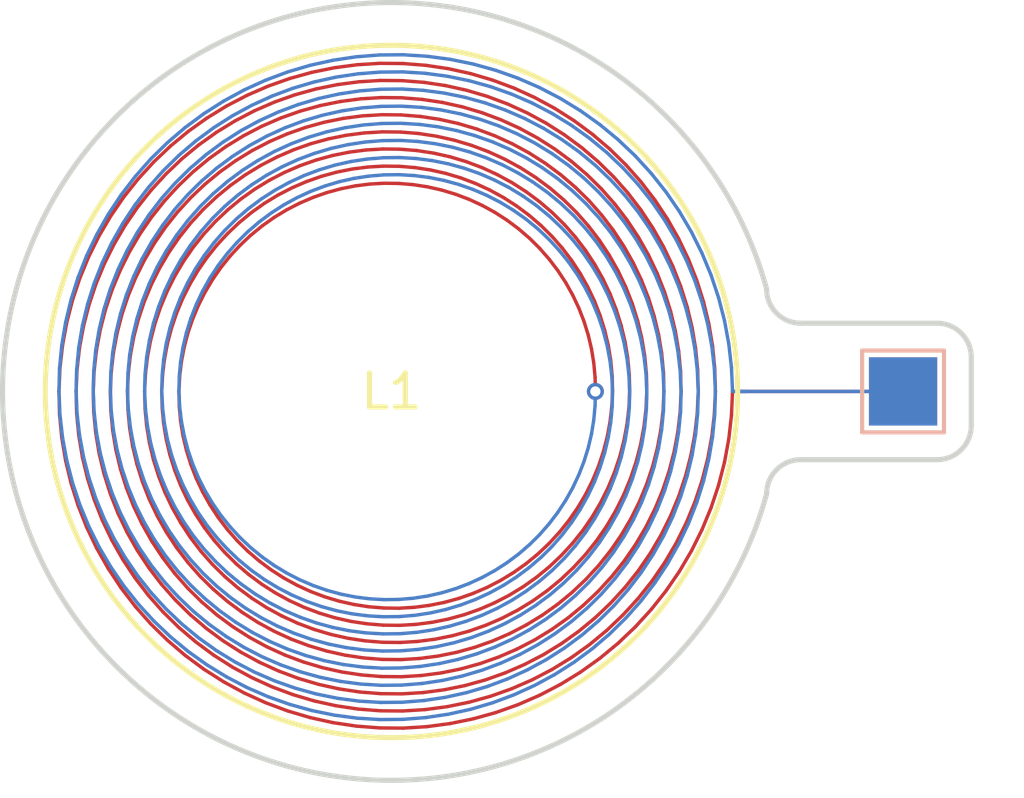
<source format=kicad_pcb>
(kicad_pcb (version 20171130) (host pcbnew 5.0.1)

  (general
    (thickness 1.6)
    (drawings 8)
    (tracks 2)
    (zones 0)
    (modules 3)
    (nets 3)
  )

  (page A4)
  (layers
    (0 F.Cu signal)
    (31 B.Cu signal)
    (32 B.Adhes user)
    (33 F.Adhes user)
    (34 B.Paste user)
    (35 F.Paste user)
    (36 B.SilkS user)
    (37 F.SilkS user)
    (38 B.Mask user)
    (39 F.Mask user)
    (40 Dwgs.User user)
    (41 Cmts.User user)
    (42 Eco1.User user)
    (43 Eco2.User user)
    (44 Edge.Cuts user)
    (45 Margin user)
    (46 B.CrtYd user)
    (47 F.CrtYd user)
    (48 B.Fab user)
    (49 F.Fab user)
  )

  (setup
    (last_trace_width 0.1)
    (trace_clearance 0)
    (zone_clearance 0.508)
    (zone_45_only no)
    (trace_min 0.1)
    (segment_width 0.2)
    (edge_width 0.15)
    (via_size 0.8)
    (via_drill 0.4)
    (via_min_size 0.4)
    (via_min_drill 0.3)
    (uvia_size 0.3)
    (uvia_drill 0.1)
    (uvias_allowed no)
    (uvia_min_size 0.2)
    (uvia_min_drill 0.1)
    (pcb_text_width 0.3)
    (pcb_text_size 1.5 1.5)
    (mod_edge_width 0.15)
    (mod_text_size 1 1)
    (mod_text_width 0.15)
    (pad_size 0.5 0.1)
    (pad_drill 0)
    (pad_to_mask_clearance 0.051)
    (solder_mask_min_width 0.25)
    (aux_axis_origin 0 0)
    (visible_elements FFFFFF7F)
    (pcbplotparams
      (layerselection 0x010fc_ffffffff)
      (usegerberextensions false)
      (usegerberattributes false)
      (usegerberadvancedattributes false)
      (creategerberjobfile false)
      (excludeedgelayer true)
      (linewidth 0.100000)
      (plotframeref false)
      (viasonmask false)
      (mode 1)
      (useauxorigin false)
      (hpglpennumber 1)
      (hpglpenspeed 20)
      (hpglpendiameter 15.000000)
      (psnegative false)
      (psa4output false)
      (plotreference true)
      (plotvalue true)
      (plotinvisibletext false)
      (padsonsilk false)
      (subtractmaskfromsilk false)
      (outputformat 1)
      (mirror false)
      (drillshape 1)
      (scaleselection 1)
      (outputdirectory ""))
  )

  (net 0 "")
  (net 1 "Net-(L1-Pad1)")
  (net 2 "Net-(L1-Pad2)")

  (net_class Default "This is the default net class."
    (clearance 0)
    (trace_width 0.1)
    (via_dia 0.8)
    (via_drill 0.4)
    (uvia_dia 0.3)
    (uvia_drill 0.1)
    (add_net "Net-(L1-Pad1)")
    (add_net "Net-(L1-Pad2)")
  )

  (module Spiral_Coil:L_3.00uH (layer F.Cu) (tedit 5BD34ADC) (tstamp 5BE1F58C)
    (at 169 100)
    (path /5BD34817)
    (fp_text reference L1 (at 0 0) (layer F.SilkS)
      (effects (font (size 1 1) (thickness 0.15)))
    )
    (fp_text value L (at 0 11.075) (layer F.Fab)
      (effects (font (size 1 1) (thickness 0.15)))
    )
    (fp_circle (center 0 0) (end 0 10.4) (layer F.CrtYd) (width 0.05))
    (fp_circle (center 0 0) (end 0 10.15) (layer F.SilkS) (width 0.15))
    (fp_circle (center 0 0) (end 0 10) (layer F.Fab) (width 0.15))
    (pad "" thru_hole circle (at 5.979532 0) (size 0.5 0.5) (drill 0.3) (layers *.Cu *.Mask))
    (pad 2 smd oval (at 10.2 0) (size 0.5 0.1) (layers B.Cu)
      (net 2 "Net-(L1-Pad2)"))
    (pad "" smd oval (at 5.975034 0.20875 88.76562135) (size 0.517596 0.1) (layers B.Cu))
    (pad "" smd oval (at 5.951467 0.625622 84.76494004) (size 0.517987 0.1) (layers B.Cu))
    (pad "" smd oval (at 5.898824 1.04022 80.76428266) (size 0.518376 0.1) (layers B.Cu))
    (pad "" smd oval (at 5.817307 1.450518 76.76357742) (size 0.518767 0.1) (layers B.Cu))
    (pad "" smd oval (at 5.707261 1.854504 72.7628938) (size 0.519155 0.1) (layers B.Cu))
    (pad "" smd oval (at 5.569169 2.250195 68.76211643) (size 0.519546 0.1) (layers B.Cu))
    (pad "" smd oval (at 5.403653 2.635646 64.76134661) (size 0.519935 0.1) (layers B.Cu))
    (pad "" smd oval (at 5.211469 3.008955 60.76077876) (size 0.520325 0.1) (layers B.Cu))
    (pad "" smd oval (at 4.993507 3.36828 56.7600203) (size 0.520715 0.1) (layers B.Cu))
    (pad "" smd oval (at 4.750781 3.711841 52.75941605) (size 0.521104 0.1) (layers B.Cu))
    (pad "" smd oval (at 4.484431 4.037931 48.75849968) (size 0.521495 0.1) (layers B.Cu))
    (pad "" smd oval (at 4.195711 4.344927 44.75790349) (size 0.521884 0.1) (layers B.Cu))
    (pad "" smd oval (at 3.885991 4.631296 40.75726546) (size 0.522273 0.1) (layers B.Cu))
    (pad "" smd oval (at 3.556743 4.895602 36.75657046) (size 0.522663 0.1) (layers B.Cu))
    (pad "" smd oval (at 3.209536 5.136515 32.75573258) (size 0.523053 0.1) (layers B.Cu))
    (pad "" smd oval (at 2.846032 5.352816 28.75521862) (size 0.523442 0.1) (layers B.Cu))
    (pad "" smd oval (at 2.467976 5.543404 24.7543216) (size 0.523833 0.1) (layers B.Cu))
    (pad "" smd oval (at 2.077184 5.707302 20.75383069) (size 0.524223 0.1) (layers B.Cu))
    (pad "" smd oval (at 1.675541 5.843661 16.75301056) (size 0.524612 0.1) (layers B.Cu))
    (pad "" smd oval (at 1.264986 5.951765 12.75235712) (size 0.525002 0.1) (layers B.Cu))
    (pad "" smd oval (at 0.847507 6.031034 8.751630555) (size 0.525391 0.1) (layers B.Cu))
    (pad "" smd oval (at 0.425128 6.081029 4.751047355) (size 0.525781 0.1) (layers B.Cu))
    (pad "" smd oval (at -0.000097 6.101452 0.7502169004) (size 0.526169 0.1) (layers B.Cu))
    (pad "" smd oval (at -0.426101 6.092149 356.749589) (size 0.526561 0.1) (layers B.Cu))
    (pad "" smd oval (at -0.850807 6.053112 352.7490298) (size 0.526951 0.1) (layers B.Cu))
    (pad "" smd oval (at -1.272139 5.984476 348.7482044) (size 0.527339 0.1) (layers B.Cu))
    (pad "" smd oval (at -1.688034 5.886523 344.7475599) (size 0.52773 0.1) (layers B.Cu))
    (pad "" smd oval (at -2.096454 5.759676 340.7469143) (size 0.52812 0.1) (layers B.Cu))
    (pad "" smd oval (at -2.495392 5.604503 336.7461755) (size 0.52851 0.1) (layers B.Cu))
    (pad "" smd oval (at -2.882883 5.421708 332.7454453) (size 0.528899 0.1) (layers B.Cu))
    (pad "" smd oval (at -3.257017 5.212133 328.7448614) (size 0.529289 0.1) (layers B.Cu))
    (pad "" smd oval (at -3.615944 4.976754 324.744227) (size 0.529678 0.1) (layers B.Cu))
    (pad "" smd oval (at -3.957883 4.71667 320.7434384) (size 0.530068 0.1) (layers B.Cu))
    (pad "" smd oval (at -4.281137 4.433107 316.7427859) (size 0.530458 0.1) (layers B.Cu))
    (pad "" smd oval (at -4.584093 4.127405 312.7422304) (size 0.530847 0.1) (layers B.Cu))
    (pad "" smd oval (at -4.865238 3.801017 308.7414794) (size 0.531238 0.1) (layers B.Cu))
    (pad "" smd oval (at -5.123158 3.455496 304.7407576) (size 0.531627 0.1) (layers B.Cu))
    (pad "" smd oval (at -5.356555 3.092496 300.74022) (size 0.532017 0.1) (layers B.Cu))
    (pad "" smd oval (at -5.564244 2.713754 296.7393282) (size 0.532407 0.1) (layers B.Cu))
    (pad "" smd oval (at -5.745166 2.321092 292.7389097) (size 0.532796 0.1) (layers B.Cu))
    (pad "" smd oval (at -5.89839 1.9164 288.7381062) (size 0.533186 0.1) (layers B.Cu))
    (pad "" smd oval (at -6.023118 1.501631 284.7375228) (size 0.533576 0.1) (layers B.Cu))
    (pad "" smd oval (at -6.11869 1.078791 280.7368351) (size 0.533965 0.1) (layers B.Cu))
    (pad "" smd oval (at -6.184588 0.649928 276.736038) (size 0.534356 0.1) (layers B.Cu))
    (pad "" smd oval (at -6.220436 0.217124 272.7355887) (size 0.534744 0.1) (layers B.Cu))
    (pad "" smd oval (at -6.226007 -0.217514 88.73477485) (size 0.535134 0.1) (layers B.Cu))
    (pad "" smd oval (at -6.201217 -0.651871 84.73417961) (size 0.535525 0.1) (layers B.Cu))
    (pad "" smd oval (at -6.146135 -1.083828 80.73349244) (size 0.535914 0.1) (layers B.Cu))
    (pad "" smd oval (at -6.060974 -1.51127 76.73286137) (size 0.536303 0.1) (layers B.Cu))
    (pad "" smd oval (at -5.946096 -1.932106 72.73229082) (size 0.536694 0.1) (layers B.Cu))
    (pad "" smd oval (at -5.802009 -2.344269 68.73152144) (size 0.537083 0.1) (layers B.Cu))
    (pad "" smd oval (at -5.629364 -2.745732 64.7309527) (size 0.537473 0.1) (layers B.Cu))
    (pad "" smd oval (at -5.428951 -3.134519 60.73023485) (size 0.537863 0.1) (layers B.Cu))
    (pad "" smd oval (at -5.2017 -3.508708 56.72964465) (size 0.538252 0.1) (layers B.Cu))
    (pad "" smd oval (at -4.948672 -3.866449 52.72896321) (size 0.538642 0.1) (layers B.Cu))
    (pad "" smd oval (at -4.671054 -4.205967 48.72828412) (size 0.539032 0.1) (layers B.Cu))
    (pad "" smd oval (at -4.370159 -4.525572 44.72764357) (size 0.539422 0.1) (layers B.Cu))
    (pad "" smd oval (at -4.047412 -4.82367 40.72705293) (size 0.539811 0.1) (layers B.Cu))
    (pad "" smd oval (at -3.704351 -5.098768 36.72635926) (size 0.540201 0.1) (layers B.Cu))
    (pad "" smd oval (at -3.342612 -5.349482 32.72568595) (size 0.54059 0.1) (layers B.Cu))
    (pad "" smd oval (at -2.963929 -5.574547 28.72511399) (size 0.540981 0.1) (layers B.Cu))
    (pad "" smd oval (at -2.570118 -5.77282 24.72453108) (size 0.54137 0.1) (layers B.Cu))
    (pad "" smd oval (at -2.163074 -5.943284 20.72370977) (size 0.541759 0.1) (layers B.Cu))
    (pad "" smd oval (at -1.744761 -6.085059 16.72319927) (size 0.54215 0.1) (layers B.Cu))
    (pad "" smd oval (at -1.317198 -6.197403 12.72258762) (size 0.54254 0.1) (layers B.Cu))
    (pad "" smd oval (at -0.882457 -6.279716 8.721880145) (size 0.542929 0.1) (layers B.Cu))
    (pad "" smd oval (at -0.442646 -6.331543 4.721278445) (size 0.543319 0.1) (layers B.Cu))
    (pad "" smd oval (at 0.000097 -6.352578 0.7205613016) (size 0.543708 0.1) (layers B.Cu))
    (pad "" smd oval (at 0.443619 -6.342663 356.720043) (size 0.544098 0.1) (layers B.Cu))
    (pad "" smd oval (at 0.885757 -6.301794 352.7193363) (size 0.544488 0.1) (layers B.Cu))
    (pad "" smd oval (at 1.324351 -6.230114 348.7187856) (size 0.544877 0.1) (layers B.Cu))
    (pad "" smd oval (at 1.757254 -6.127921 344.7181793) (size 0.545268 0.1) (layers B.Cu))
    (pad "" smd oval (at 2.182344 -5.995658 340.7174712) (size 0.545657 0.1) (layers B.Cu))
    (pad "" smd oval (at 2.597534 -5.833918 336.7167728) (size 0.546047 0.1) (layers B.Cu))
    (pad "" smd oval (at 3.00078 -5.643439 332.7162249) (size 0.546437 0.1) (layers B.Cu))
    (pad "" smd oval (at 3.390094 -5.4251 328.7155916) (size 0.546826 0.1) (layers B.Cu))
    (pad "" smd oval (at 3.763552 -5.179919 324.7150015) (size 0.547216 0.1) (layers B.Cu))
    (pad "" smd oval (at 4.119304 -4.909044 320.7144209) (size 0.547606 0.1) (layers B.Cu))
    (pad "" smd oval (at 4.455584 -4.613752 316.7137145) (size 0.547996 0.1) (layers B.Cu))
    (pad "" smd oval (at 4.770717 -4.295441 312.7131169) (size 0.548384 0.1) (layers B.Cu))
    (pad "" smd oval (at 5.063128 -3.955625 308.7124869) (size 0.548775 0.1) (layers B.Cu))
    (pad "" smd oval (at 5.331351 -3.595924 304.711902) (size 0.549164 0.1) (layers B.Cu))
    (pad "" smd oval (at 5.574036 -3.218059 300.7112362) (size 0.549555 0.1) (layers B.Cu))
    (pad "" smd oval (at 5.789954 -2.823841 296.7106105) (size 0.549944 0.1) (layers B.Cu))
    (pad "" smd oval (at 5.978006 -2.415166 292.7101) (size 0.550334 0.1) (layers B.Cu))
    (pad "" smd oval (at 6.137225 -1.994002 288.7093862) (size 0.550724 0.1) (layers B.Cu))
    (pad "" smd oval (at 6.266784 -1.562384 284.7088414) (size 0.551113 0.1) (layers B.Cu))
    (pad "" smd oval (at 6.366001 -1.122398 280.7081254) (size 0.551503 0.1) (layers B.Cu))
    (pad "" smd oval (at 6.434338 -0.676178 276.7076961) (size 0.551893 0.1) (layers B.Cu))
    (pad "" smd oval (at 6.47141 -0.225889 272.7069206) (size 0.552282 0.1) (layers B.Cu))
    (pad "" smd oval (at 6.47698 0.226278 88.70632129) (size 0.552672 0.1) (layers B.Cu))
    (pad "" smd oval (at 6.450968 0.678121 84.70578893) (size 0.553061 0.1) (layers B.Cu))
    (pad "" smd oval (at 6.393446 1.127435 80.70520865) (size 0.553452 0.1) (layers B.Cu))
    (pad "" smd oval (at 6.304641 1.572023 76.70442524) (size 0.553841 0.1) (layers B.Cu))
    (pad "" smd oval (at 6.184931 2.009708 72.70397614) (size 0.554231 0.1) (layers B.Cu))
    (pad "" smd oval (at 6.034849 2.438342 68.70333258) (size 0.55462 0.1) (layers B.Cu))
    (pad "" smd oval (at 5.855074 2.855818 64.70273419) (size 0.555011 0.1) (layers B.Cu))
    (pad "" smd oval (at 5.646433 3.260082 60.70221475) (size 0.555401 0.1) (layers B.Cu))
    (pad "" smd oval (at 5.409893 3.649136 56.70150138) (size 0.555789 0.1) (layers B.Cu))
    (pad "" smd oval (at 5.146562 4.021058 52.70095184) (size 0.55618 0.1) (layers B.Cu))
    (pad "" smd oval (at 4.857677 4.374003 48.70029546) (size 0.556569 0.1) (layers B.Cu))
    (pad "" smd oval (at 4.544606 4.706217 44.6997946) (size 0.556959 0.1) (layers B.Cu))
    (pad "" smd oval (at 4.208833 5.016044 40.69915752) (size 0.557349 0.1) (layers B.Cu))
    (pad "" smd oval (at 3.851959 5.301933 36.69853792) (size 0.557739 0.1) (layers B.Cu))
    (pad "" smd oval (at 3.475689 5.56245 32.69797731) (size 0.558128 0.1) (layers B.Cu))
    (pad "" smd oval (at 3.081826 5.796279 28.69726277) (size 0.558518 0.1) (layers B.Cu))
    (pad "" smd oval (at 2.67226 6.002235 24.69685189) (size 0.558908 0.1) (layers B.Cu))
    (pad "" smd oval (at 2.248964 6.179265 20.6960783) (size 0.559298 0.1) (layers B.Cu))
    (pad "" smd oval (at 1.81398 6.326457 16.69557914) (size 0.559687 0.1) (layers B.Cu))
    (pad "" smd oval (at 1.369411 6.443041 12.69499359) (size 0.560077 0.1) (layers B.Cu))
    (pad "" smd oval (at 0.917408 6.528398 8.694500071) (size 0.560467 0.1) (layers B.Cu))
    (pad "" smd oval (at 0.460164 6.582058 4.693775169) (size 0.560856 0.1) (layers B.Cu))
    (pad "" smd oval (at -0.000097 6.603704 0.6932866864) (size 0.561245 0.1) (layers B.Cu))
    (pad "" smd oval (at -0.461137 6.593178 356.6926252) (size 0.561636 0.1) (layers B.Cu))
    (pad "" smd oval (at -0.920707 6.550476 352.6920201) (size 0.562026 0.1) (layers B.Cu))
    (pad "" smd oval (at -1.376563 6.475753 348.6914769) (size 0.562415 0.1) (layers B.Cu))
    (pad "" smd oval (at -1.826473 6.369318 344.6908733) (size 0.562805 0.1) (layers B.Cu))
    (pad "" smd oval (at -2.268234 6.231639 340.6904153) (size 0.563195 0.1) (layers B.Cu))
    (pad "" smd oval (at -2.699676 6.063333 336.6897571) (size 0.563584 0.1) (layers B.Cu))
    (pad "" smd oval (at -3.118677 5.865171 332.689157) (size 0.563975 0.1) (layers B.Cu))
    (pad "" smd oval (at -3.523171 5.638068 328.6884912) (size 0.564364 0.1) (layers B.Cu))
    (pad "" smd oval (at -3.91116 5.383084 324.6880111) (size 0.564753 0.1) (layers B.Cu))
    (pad "" smd oval (at -4.280725 5.101418 320.687418) (size 0.565143 0.1) (layers B.Cu))
    (pad "" smd oval (at -4.630031 4.794397 316.686923) (size 0.565533 0.1) (layers B.Cu))
    (pad "" smd oval (at -4.95734 4.463478 312.686202) (size 0.565923 0.1) (layers B.Cu))
    (pad "" smd oval (at -5.261018 4.110234 308.6856751) (size 0.566313 0.1) (layers B.Cu))
    (pad "" smd oval (at -5.539544 3.736352 304.6851451) (size 0.566703 0.1) (layers B.Cu))
    (pad "" smd oval (at -5.791518 3.343621 300.684597) (size 0.567092 0.1) (layers B.Cu))
    (pad "" smd oval (at -6.015666 2.933927 296.6839924) (size 0.567482 0.1) (layers B.Cu))
    (pad "" smd oval (at -6.210846 2.509239 292.6833371) (size 0.567871 0.1) (layers B.Cu))
    (pad "" smd oval (at -6.37606 2.071604 288.6828567) (size 0.568261 0.1) (layers B.Cu))
    (pad "" smd oval (at -6.510451 1.623137 284.6823065) (size 0.568651 0.1) (layers B.Cu))
    (pad "" smd oval (at -6.613312 1.166006 280.6816827) (size 0.569041 0.1) (layers B.Cu))
    (pad "" smd oval (at -6.684089 0.702427 276.6812152) (size 0.56943 0.1) (layers B.Cu))
    (pad "" smd oval (at -6.722383 0.234653 272.6805203) (size 0.56982 0.1) (layers B.Cu))
    (pad "" smd oval (at -6.727953 -0.235042 88.6799875) (size 0.570209 0.1) (layers B.Cu))
    (pad "" smd oval (at -6.700718 -0.704371 84.67953676) (size 0.5706 0.1) (layers B.Cu))
    (pad "" smd oval (at -6.640757 -1.171043 80.67889149) (size 0.570989 0.1) (layers B.Cu))
    (pad "" smd oval (at -6.548308 -1.632776 76.67834163) (size 0.571378 0.1) (layers B.Cu))
    (pad "" smd oval (at -6.423767 -2.08731 72.67780271) (size 0.571769 0.1) (layers B.Cu))
    (pad "" smd oval (at -6.26769 -2.532416 68.67712475) (size 0.572159 0.1) (layers B.Cu))
    (pad "" smd oval (at -6.080785 -2.965905 64.67671984) (size 0.572548 0.1) (layers B.Cu))
    (pad "" smd oval (at -5.863915 -3.385645 60.6760485) (size 0.572938 0.1) (layers B.Cu))
    (pad "" smd oval (at -5.618086 -3.789564 56.6755766) (size 0.573328 0.1) (layers B.Cu))
    (pad "" smd oval (at -5.344452 -4.175667 52.67494118) (size 0.573717 0.1) (layers B.Cu))
    (pad "" smd oval (at -5.0443 -4.542039 48.67445727) (size 0.574108 0.1) (layers B.Cu))
    (pad "" smd oval (at -4.719052 -4.886862 44.67383349) (size 0.574497 0.1) (layers B.Cu))
    (pad "" smd oval (at -4.370254 -5.208417 40.67330964) (size 0.574886 0.1) (layers B.Cu))
    (pad "" smd oval (at -3.999567 -5.505098 36.67279443) (size 0.575277 0.1) (layers B.Cu))
    (pad "" smd oval (at -3.608765 -5.775417 32.67221055) (size 0.575666 0.1) (layers B.Cu))
    (pad "" smd oval (at -3.199722 -6.01801 28.67167474) (size 0.576056 0.1) (layers B.Cu))
    (pad "" smd oval (at -2.774402 -6.23165 24.67115136) (size 0.576445 0.1) (layers B.Cu))
    (pad "" smd oval (at -2.334855 -6.415247 20.67052187) (size 0.576835 0.1) (layers B.Cu))
    (pad "" smd oval (at -1.8832 -6.567855 16.67006955) (size 0.577225 0.1) (layers B.Cu))
    (pad "" smd oval (at -1.421623 -6.68868 12.66939963) (size 0.577615 0.1) (layers B.Cu))
    (pad "" smd oval (at -0.952358 -6.77708 8.668910282) (size 0.578004 0.1) (layers B.Cu))
    (pad "" smd oval (at -0.477682 -6.832572 4.668397995) (size 0.578395 0.1) (layers B.Cu))
    (pad "" smd oval (at 0.000097 -6.85483 0.6678905353) (size 0.578783 0.1) (layers B.Cu))
    (pad "" smd oval (at 0.478655 -6.843693 356.6673268) (size 0.579174 0.1) (layers B.Cu))
    (pad "" smd oval (at 0.955657 -6.799159 352.6667018) (size 0.579563 0.1) (layers B.Cu))
    (pad "" smd oval (at 1.428775 -6.721391 348.666164) (size 0.579953 0.1) (layers B.Cu))
    (pad "" smd oval (at 1.895693 -6.610716 344.6657077) (size 0.580343 0.1) (layers B.Cu))
    (pad "" smd oval (at 2.354125 -6.46762 340.6651816) (size 0.580733 0.1) (layers B.Cu))
    (pad "" smd oval (at 2.801818 -6.292748 336.6645544) (size 0.581122 0.1) (layers B.Cu))
    (pad "" smd oval (at 3.236573 -6.086902 332.6640607) (size 0.581512 0.1) (layers B.Cu))
    (pad "" smd oval (at 3.656247 -5.851035 328.6634649) (size 0.581902 0.1) (layers B.Cu))
    (pad "" smd oval (at 4.058768 -5.58625 324.6630523) (size 0.582292 0.1) (layers B.Cu))
    (pad "" smd oval (at 4.442146 -5.293792 320.6624527) (size 0.582681 0.1) (layers B.Cu))
    (pad "" smd oval (at 4.804478 -4.975042 316.6619092) (size 0.583071 0.1) (layers B.Cu))
    (pad "" smd oval (at 5.143963 -4.631514 312.6613203) (size 0.583461 0.1) (layers B.Cu))
    (pad "" smd oval (at 5.458908 -4.264843 308.6608809) (size 0.58385 0.1) (layers B.Cu))
    (pad "" smd oval (at 5.747737 -3.87678 304.6603264) (size 0.584241 0.1) (layers B.Cu))
    (pad "" smd oval (at 6.009 -3.469185 300.6597841) (size 0.58463 0.1) (layers B.Cu))
    (pad "" smd oval (at 6.241376 -3.044014 296.6592993) (size 0.58502 0.1) (layers B.Cu))
    (pad "" smd oval (at 6.443686 -2.603313 292.6586171) (size 0.585409 0.1) (layers B.Cu))
    (pad "" smd oval (at 6.614895 -2.149207 288.6582048) (size 0.585799 0.1) (layers B.Cu))
    (pad "" smd oval (at 6.754117 -1.68389 284.657686) (size 0.586189 0.1) (layers B.Cu))
    (pad "" smd oval (at 6.860623 -1.209613 280.6571463) (size 0.586579 0.1) (layers B.Cu))
    (pad "" smd oval (at 6.933839 -0.728677 276.6566416) (size 0.586968 0.1) (layers B.Cu))
    (pad "" smd oval (at 6.973356 -0.243417 272.6561375) (size 0.587357 0.1) (layers B.Cu))
    (pad "" smd oval (at 6.978927 0.243807 88.65555018) (size 0.587748 0.1) (layers B.Cu))
    (pad "" smd oval (at 6.950469 0.730621 84.65503234) (size 0.588137 0.1) (layers B.Cu))
    (pad "" smd oval (at 6.888068 1.214651 80.65448286) (size 0.588528 0.1) (layers B.Cu))
    (pad "" smd oval (at 6.791974 1.693529 76.65401524) (size 0.588916 0.1) (layers B.Cu))
    (pad "" smd oval (at 6.662602 2.164912 72.65347064) (size 0.589307 0.1) (layers B.Cu))
    (pad "" smd oval (at 6.50053 2.626489 68.65290313) (size 0.589696 0.1) (layers B.Cu))
    (pad "" smd oval (at 6.306496 3.075991 64.65246166) (size 0.590086 0.1) (layers B.Cu))
    (pad "" smd oval (at 6.081396 3.511208 60.65196974) (size 0.590476 0.1) (layers B.Cu))
    (pad "" smd oval (at 5.826279 3.929992 56.65137614) (size 0.590866 0.1) (layers B.Cu))
    (pad "" smd oval (at 5.542342 4.330275 52.65085835) (size 0.591255 0.1) (layers B.Cu))
    (pad "" smd oval (at 5.230923 4.710075 48.65038555) (size 0.591646 0.1) (layers B.Cu))
    (pad "" smd oval (at 4.893499 5.067507 44.64988773) (size 0.592035 0.1) (layers B.Cu))
    (pad "" smd oval (at 4.531675 5.400791 40.6493153) (size 0.592424 0.1) (layers B.Cu))
    (pad "" smd oval (at 4.147176 5.708264 36.64885943) (size 0.592815 0.1) (layers B.Cu))
    (pad "" smd oval (at 3.741842 5.988384 32.64827626) (size 0.593204 0.1) (layers B.Cu))
    (pad "" smd oval (at 3.317619 6.239741 28.64780322) (size 0.593594 0.1) (layers B.Cu))
    (pad "" smd oval (at 2.876545 6.461065 24.64733268) (size 0.593983 0.1) (layers B.Cu))
    (pad "" smd oval (at 2.420745 6.651228 20.64677864) (size 0.594373 0.1) (layers B.Cu))
    (pad "" smd oval (at 1.95242 6.809253 16.64625754) (size 0.594763 0.1) (layers B.Cu))
    (pad "" smd oval (at 1.473835 6.934319 12.64573161) (size 0.595153 0.1) (layers B.Cu))
    (pad "" smd oval (at 0.987308 7.025763 8.645246058) (size 0.595542 0.1) (layers B.Cu))
    (pad "" smd oval (at 0.4952 7.083086 4.64470994) (size 0.595932 0.1) (layers B.Cu))
    (pad "" smd oval (at -0.000097 7.105956 0.64428916) (size 0.596321 0.1) (layers B.Cu))
    (pad "" smd oval (at -0.496172 7.094207 356.6437065) (size 0.596712 0.1) (layers B.Cu))
    (pad "" smd oval (at -0.990607 7.047841 352.6432842) (size 0.597101 0.1) (layers B.Cu))
    (pad "" smd oval (at -1.480987 6.96703 348.6427487) (size 0.597491 0.1) (layers B.Cu))
    (pad "" smd oval (at -1.964913 6.852115 344.6421737) (size 0.597881 0.1) (layers B.Cu))
    (pad "" smd oval (at -2.440014 6.703602 340.6417242) (size 0.598271 0.1) (layers B.Cu))
    (pad "" smd oval (at -2.90396 6.522163 336.6412155) (size 0.598661 0.1) (layers B.Cu))
    (pad "" smd oval (at -3.35447 6.308633 332.6407284) (size 0.59905 0.1) (layers B.Cu))
    (pad "" smd oval (at -3.789324 6.064002 328.6401963) (size 0.59944 0.1) (layers B.Cu))
    (pad "" smd oval (at -4.206377 5.789415 324.6397787) (size 0.599829 0.1) (layers B.Cu))
    (pad "" smd oval (at -4.603567 5.486166 320.6392379) (size 0.600219 0.1) (layers B.Cu))
    (pad "" smd oval (at -4.978925 5.155687 316.638648) (size 0.600609 0.1) (layers B.Cu))
    (pad "" smd oval (at -5.330586 4.79955 312.6381805) (size 0.600999 0.1) (layers B.Cu))
    (pad "" smd oval (at -5.656798 4.419451 308.6378391) (size 0.601388 0.1) (layers B.Cu))
    (pad "" smd oval (at -5.955931 4.017208 304.6372137) (size 0.601778 0.1) (layers B.Cu))
    (pad "" smd oval (at -6.226481 3.594748 300.6366461) (size 0.602168 0.1) (layers B.Cu))
    (pad "" smd oval (at -6.467087 3.1541 296.6363296) (size 0.602558 0.1) (layers B.Cu))
    (pad "" smd oval (at -6.676527 2.697386 292.63577) (size 0.602946 0.1) (layers B.Cu))
    (pad "" smd oval (at -6.85373 2.226809 288.6351631) (size 0.603337 0.1) (layers B.Cu))
    (pad "" smd oval (at -6.997784 1.744643 284.6347799) (size 0.603726 0.1) (layers B.Cu))
    (pad "" smd oval (at -7.107934 1.253221 280.634338) (size 0.604117 0.1) (layers B.Cu))
    (pad "" smd oval (at -7.18359 0.754927 276.6337765) (size 0.604506 0.1) (layers B.Cu))
    (pad "" smd oval (at -7.224329 0.252181 272.63333) (size 0.604896 0.1) (layers B.Cu))
    (pad "" smd oval (at -7.2299 -0.252571 88.6328066) (size 0.605285 0.1) (layers B.Cu))
    (pad "" smd oval (at -7.200219 -0.756871 84.63223817) (size 0.605675 0.1) (layers B.Cu))
    (pad "" smd oval (at -7.135379 -1.258258 80.63187776) (size 0.606066 0.1) (layers B.Cu))
    (pad "" smd oval (at -7.035641 -1.754282 76.63137363) (size 0.606454 0.1) (layers B.Cu))
    (pad "" smd oval (at -6.901437 -2.242515 72.63085614) (size 0.606845 0.1) (layers B.Cu))
    (pad "" smd oval (at -6.73337 -2.720563 68.63035646) (size 0.607234 0.1) (layers B.Cu))
    (pad "" smd oval (at -6.532206 -3.186078 64.62987969) (size 0.607624 0.1) (layers B.Cu))
    (pad "" smd oval (at -6.298878 -3.636771 60.62949822) (size 0.608013 0.1) (layers B.Cu))
    (pad "" smd oval (at -6.034472 -4.07042 56.62884528) (size 0.608404 0.1) (layers B.Cu))
    (pad "" smd oval (at -5.740232 -4.484884 52.62850412) (size 0.608793 0.1) (layers B.Cu))
    (pad "" smd oval (at -5.417546 -4.878112 48.62789767) (size 0.609183 0.1) (layers B.Cu))
    (pad "" smd oval (at -5.067946 -5.248152 44.62759023) (size 0.609573 0.1) (layers B.Cu))
    (pad "" smd oval (at -4.693096 -5.593165 40.62697134) (size 0.609962 0.1) (layers B.Cu))
    (pad "" smd oval (at -4.294784 -5.911429 36.62656941) (size 0.610352 0.1) (layers B.Cu))
    (pad "" smd oval (at -3.874919 -6.201351 32.6259252) (size 0.610742 0.1) (layers B.Cu))
    (pad "" smd oval (at -3.435515 -6.461472 28.62556984) (size 0.611132 0.1) (layers B.Cu))
    (pad "" smd oval (at -2.978686 -6.69048 24.62514731) (size 0.611522 0.1) (layers B.Cu))
    (pad "" smd oval (at -2.506635 -6.88721 20.62466226) (size 0.611911 0.1) (layers B.Cu))
    (pad "" smd oval (at -2.02164 -7.050651 16.62410789) (size 0.612301 0.1) (layers B.Cu))
    (pad "" smd oval (at -1.526047 -7.179957 12.62368287) (size 0.612691 0.1) (layers B.Cu))
    (pad "" smd oval (at -1.022257 -7.274445 8.623182824) (size 0.61308 0.1) (layers B.Cu))
    (pad "" smd oval (at -0.512717 -7.333601 4.622751238) (size 0.61347 0.1) (layers B.Cu))
    (pad "" smd oval (at 0.000097 -7.357083 0.6221873085) (size 0.613859 0.1) (layers B.Cu))
    (pad "" smd oval (at 0.51369 -7.344721 356.6217954) (size 0.614249 0.1) (layers B.Cu))
    (pad "" smd oval (at 1.025557 -7.296523 352.621256) (size 0.614639 0.1) (layers B.Cu))
    (pad "" smd oval (at 1.533199 -7.212668 348.6209281) (size 0.615029 0.1) (layers B.Cu))
    (pad "" smd oval (at 2.034133 -7.093513 344.6203778) (size 0.615419 0.1) (layers B.Cu))
    (pad "" smd oval (at 2.525905 -6.939583 340.6198619) (size 0.615808 0.1) (layers B.Cu))
    (pad "" smd oval (at 3.006103 -6.751578 336.6194185) (size 0.616199 0.1) (layers B.Cu))
    (pad "" smd oval (at 3.472366 -6.530364 332.6189292) (size 0.616587 0.1) (layers B.Cu))
    (pad "" smd oval (at 3.9224 -6.276969 328.6185063) (size 0.616978 0.1) (layers B.Cu))
    (pad "" smd oval (at 4.353985 -5.99258 324.6180567) (size 0.617368 0.1) (layers B.Cu))
    (pad "" smd oval (at 4.764987 -5.678539 320.6176112) (size 0.617756 0.1) (layers B.Cu))
    (pad "" smd oval (at 5.153371 -5.336332 316.6170374) (size 0.618147 0.1) (layers B.Cu))
    (pad "" smd oval (at 5.517209 -4.967586 312.6166809) (size 0.618536 0.1) (layers B.Cu))
    (pad "" smd oval (at 5.854688 -4.57406 308.6161996) (size 0.618927 0.1) (layers B.Cu))
    (pad "" smd oval (at 6.164124 -4.157636 304.6157527) (size 0.619316 0.1) (layers B.Cu))
    (pad "" smd oval (at 6.443963 -3.720311 300.6152209) (size 0.619706 0.1) (layers B.Cu))
    (pad "" smd oval (at 6.692798 -3.264187 296.6148106) (size 0.620096 0.1) (layers B.Cu))
    (pad "" smd oval (at 6.909367 -2.79146 292.6142762) (size 0.620485 0.1) (layers B.Cu))
    (pad "" smd oval (at 7.092566 -2.304411 288.6139166) (size 0.620875 0.1) (layers B.Cu))
    (pad "" smd oval (at 7.241451 -1.805396 284.6134151) (size 0.621264 0.1) (layers B.Cu))
    (pad "" smd oval (at 7.355245 -1.296829 280.6129352) (size 0.621655 0.1) (layers B.Cu))
    (pad "" smd oval (at 7.43334 -0.781177 276.6124477) (size 0.622044 0.1) (layers B.Cu))
    (pad "" smd oval (at 7.475302 -0.260945 272.6120589) (size 0.622433 0.1) (layers B.Cu))
    (pad "" smd oval (at 7.480873 0.261335 88.61158884) (size 0.622823 0.1) (layers B.Cu))
    (pad "" smd oval (at 7.44997 0.783121 84.61109142) (size 0.623214 0.1) (layers B.Cu))
    (pad "" smd oval (at 7.38269 1.301866 80.61064332) (size 0.623602 0.1) (layers B.Cu))
    (pad "" smd oval (at 7.279307 1.815035 76.61027296) (size 0.623993 0.1) (layers B.Cu))
    (pad "" smd oval (at 7.140272 2.320117 72.6097217) (size 0.624382 0.1) (layers B.Cu))
    (pad "" smd oval (at 6.96621 2.814636 68.60931681) (size 0.624772 0.1) (layers B.Cu))
    (pad "" smd oval (at 6.757917 3.296164 64.60890456) (size 0.625162 0.1) (layers B.Cu))
    (pad "" smd oval (at 6.516359 3.762334 60.60833645) (size 0.625552 0.1) (layers B.Cu))
    (pad "" smd oval (at 6.242665 4.210848 56.60796793) (size 0.625942 0.1) (layers B.Cu))
    (pad "" smd oval (at 5.938122 4.639493 52.60757358) (size 0.626331 0.1) (layers B.Cu))
    (pad "" smd oval (at 5.604169 5.046148 48.60697919) (size 0.626721 0.1) (layers B.Cu))
    (pad "" smd oval (at 5.242393 5.428797 44.60670015) (size 0.627111 0.1) (layers B.Cu))
    (pad "" smd oval (at 4.854516 5.785539 40.60618385) (size 0.6275 0.1) (layers B.Cu))
    (pad "" smd oval (at 4.442392 6.114594 36.60560858) (size 0.62789 0.1) (layers B.Cu))
    (pad "" smd oval (at 4.007995 6.414317 32.60526647) (size 0.62828 0.1) (layers B.Cu))
    (pad "" smd oval (at 3.553412 6.683204 28.60490673) (size 0.62867 0.1) (layers B.Cu))
    (pad "" smd oval (at 3.080829 6.919896 24.60433437) (size 0.62906 0.1) (layers B.Cu))
    (pad "" smd oval (at 2.592525 7.123191 20.60390978) (size 0.629448 0.1) (layers B.Cu))
    (pad "" smd oval (at 2.09086 7.292049 16.60349725) (size 0.629839 0.1) (layers B.Cu))
    (pad "" smd oval (at 1.578259 7.425595 12.60298729) (size 0.630229 0.1) (layers B.Cu))
    (pad "" smd oval (at 1.057207 7.523127 8.602701025) (size 0.630618 0.1) (layers B.Cu))
    (pad "" smd oval (at 0.530235 7.584116 4.602135454) (size 0.631008 0.1) (layers B.Cu))
    (pad "" smd oval (at -0.000097 7.608209 0.6016521477) (size 0.631397 0.1) (layers B.Cu))
    (pad "" smd oval (at -0.531207 7.595236 356.6013422) (size 0.631788 0.1) (layers B.Cu))
    (pad "" smd oval (at -1.060507 7.545205 352.6007866) (size 0.632178 0.1) (layers B.Cu))
    (pad "" smd oval (at -1.585411 7.458307 348.6004179) (size 0.632567 0.1) (layers B.Cu))
    (pad "" smd oval (at -2.103353 7.33491 344.5999128) (size 0.632957 0.1) (layers B.Cu))
    (pad "" smd oval (at -2.611795 7.175564 340.5995387) (size 0.633346 0.1) (layers B.Cu))
    (pad "" smd oval (at -3.108245 6.980994 336.5991099) (size 0.633736 0.1) (layers B.Cu))
    (pad "" smd oval (at -3.590263 6.752096 332.5986603) (size 0.634126 0.1) (layers B.Cu))
    (pad "" smd oval (at -4.055477 6.489936 328.5981482) (size 0.634516 0.1) (layers B.Cu))
    (pad "" smd oval (at -4.501593 6.195746 324.5977845) (size 0.634906 0.1) (layers B.Cu))
    (pad "" smd oval (at -4.926408 5.870913 320.5973041) (size 0.635295 0.1) (layers B.Cu))
    (pad "" smd oval (at -5.327818 5.516977 316.5969238) (size 0.635684 0.1) (layers B.Cu))
    (pad "" smd oval (at -5.703832 5.135623 312.5964432) (size 0.636075 0.1) (layers B.Cu))
    (pad "" smd oval (at -6.052578 4.728669 308.5960417) (size 0.636465 0.1) (layers B.Cu))
    (pad "" smd oval (at -6.372317 4.298064 304.5956333) (size 0.636854 0.1) (layers B.Cu))
    (pad "" smd oval (at -6.661445 3.845874 300.5951026) (size 0.637244 0.1) (layers B.Cu))
    (pad "" smd oval (at -6.918508 3.374273 296.5947908) (size 0.637634 0.1) (layers B.Cu))
    (pad "" smd oval (at -7.142207 2.885533 292.5942656) (size 0.638022 0.1) (layers B.Cu))
    (pad "" smd oval (at -7.331401 2.382014 288.5939194) (size 0.638413 0.1) (layers B.Cu))
    (pad "" smd oval (at -7.485118 1.866148 284.5934144) (size 0.638803 0.1) (layers B.Cu))
    (pad "" smd oval (at -7.602556 1.340436 280.5930487) (size 0.639193 0.1) (layers B.Cu))
    (pad "" smd oval (at -7.683091 0.807427 276.5925176) (size 0.639581 0.1) (layers B.Cu))
    (pad "" smd oval (at -7.726275 0.26971 272.5921646) (size 0.639972 0.1) (layers B.Cu))
    (pad "" smd oval (at -7.731846 -0.270099 88.59175095) (size 0.640362 0.1) (layers B.Cu))
    (pad "" smd oval (at -7.69972 -0.809371 84.59129646) (size 0.640751 0.1) (layers B.Cu))
    (pad "" smd oval (at -7.630001 -1.345473 80.59092423) (size 0.641141 0.1) (layers B.Cu))
    (pad "" smd oval (at -7.522974 -1.875788 76.59041163) (size 0.641531 0.1) (layers B.Cu))
    (pad "" smd oval (at -7.379108 -2.397719 72.59008767) (size 0.641921 0.1) (layers B.Cu))
    (pad "" smd oval (at -7.19905 -2.90871 68.58953963) (size 0.642311 0.1) (layers B.Cu))
    (pad "" smd oval (at -6.983628 -3.406251 64.58918972) (size 0.6427 0.1) (layers B.Cu))
    (pad "" smd oval (at -6.733841 -3.887897 60.58872529) (size 0.643089 0.1) (layers B.Cu))
    (pad "" smd oval (at -6.450858 -4.351276 56.58843801) (size 0.64348 0.1) (layers B.Cu))
    (pad "" smd oval (at -6.136012 -4.794102 52.58784525) (size 0.643869 0.1) (layers B.Cu))
    (pad "" smd oval (at -5.790793 -5.214184 48.58755744) (size 0.644259 0.1) (layers B.Cu))
    (pad "" smd oval (at -5.41684 -5.609442 44.58700562) (size 0.644649 0.1) (layers B.Cu))
    (pad "" smd oval (at -5.015937 -5.977912 40.58666573) (size 0.645038 0.1) (layers B.Cu))
    (pad "" smd oval (at -4.590001 -6.317759 36.58622702) (size 0.645428 0.1) (layers B.Cu))
    (pad "" smd oval (at -4.141072 -6.627285 32.58587878) (size 0.645819 0.1) (layers B.Cu))
    (pad "" smd oval (at -3.671309 -6.904935 28.58538636) (size 0.646208 0.1) (layers B.Cu))
    (pad "" smd oval (at -3.182971 -7.149311 24.58495234) (size 0.646598 0.1) (layers B.Cu))
    (pad "" smd oval (at -2.678415 -7.359172 20.58454927) (size 0.646987 0.1) (layers B.Cu))
    (pad "" smd oval (at -2.160079 -7.533447 16.58413694) (size 0.647376 0.1) (layers B.Cu))
    (pad "" smd oval (at -1.630471 -7.671234 12.58374182) (size 0.647767 0.1) (layers B.Cu))
    (pad "" smd oval (at -1.092158 -7.771809 8.583307519) (size 0.648157 0.1) (layers B.Cu))
    (pad "" smd oval (at -0.547752 -7.83463 4.582933668) (size 0.648546 0.1) (layers B.Cu))
    (pad "" smd oval (at 0.000097 -7.859335 0.5825335206) (size 0.648935 0.1) (layers B.Cu))
    (pad "" smd oval (at 0.548725 -7.84575 356.5819806) (size 0.649326 0.1) (layers B.Cu))
    (pad "" smd oval (at 1.095457 -7.793887 352.5817133) (size 0.649716 0.1) (layers B.Cu))
    (pad "" smd oval (at 1.637623 -7.703945 348.5812361) (size 0.650105 0.1) (layers B.Cu))
    (pad "" smd oval (at 2.172572 -7.576308 344.5808244) (size 0.650495 0.1) (layers B.Cu))
    (pad "" smd oval (at 2.697685 -7.411546 340.580446) (size 0.650885 0.1) (layers B.Cu))
    (pad "" smd oval (at 3.210387 -7.210409 336.5800394) (size 0.651275 0.1) (layers B.Cu))
    (pad "" smd oval (at 3.70816 -6.973827 332.5796324) (size 0.651664 0.1) (layers B.Cu))
    (pad "" smd oval (at 4.188554 -6.702903 328.5791722) (size 0.652054 0.1) (layers B.Cu))
    (pad "" smd oval (at 4.649202 -6.398911 324.5787994) (size 0.652443 0.1) (layers B.Cu))
    (pad "" smd oval (at 5.087829 -6.063287 320.5782997) (size 0.652833 0.1) (layers B.Cu))
    (pad "" smd oval (at 5.502265 -5.697622 316.5780773) (size 0.653223 0.1) (layers B.Cu))
    (pad "" smd oval (at 5.890456 -5.303659 312.5775579) (size 0.653613 0.1) (layers B.Cu))
    (pad "" smd oval (at 6.250469 -4.883277 308.5770792) (size 0.654003 0.1) (layers B.Cu))
    (pad "" smd oval (at 6.580509 -4.438492 304.5767605) (size 0.654392 0.1) (layers B.Cu))
    (pad "" smd oval (at 6.878926 -3.971437 300.5764342) (size 0.654782 0.1) (layers B.Cu))
    (pad "" smd oval (at 7.144219 -3.48436 296.5759435) (size 0.655172 0.1) (layers B.Cu))
    (pad "" smd oval (at 7.375047 -2.979607 292.5755344) (size 0.655562 0.1) (layers B.Cu))
    (pad "" smd oval (at 7.570236 -2.459616 288.5751191) (size 0.655951 0.1) (layers B.Cu))
    (pad "" smd oval (at 7.728784 -1.926901 284.5747006) (size 0.656341 0.1) (layers B.Cu))
    (pad "" smd oval (at 7.849867 -1.384044 280.5743139) (size 0.65673 0.1) (layers B.Cu))
    (pad "" smd oval (at 7.932841 -0.833677 276.5739208) (size 0.657121 0.1) (layers B.Cu))
    (pad "" smd oval (at 7.977249 -0.278474 272.5736294) (size 0.65751 0.1) (layers B.Cu))
    (pad "" smd oval (at 7.982819 0.278863 88.57305513) (size 0.6579 0.1) (layers B.Cu))
    (pad "" smd oval (at 7.949471 0.83562 84.57275482) (size 0.658289 0.1) (layers B.Cu))
    (pad "" smd oval (at 7.877312 1.389081 80.57234204) (size 0.658679 0.1) (layers B.Cu))
    (pad "" smd oval (at 7.766641 1.936541 76.5718961) (size 0.659069 0.1) (layers B.Cu))
    (pad "" smd oval (at 7.617943 2.475322 72.57158693) (size 0.659459 0.1) (layers B.Cu))
    (pad "" smd oval (at 7.43189 3.002783 68.57105944) (size 0.659848 0.1) (layers B.Cu))
    (pad "" smd oval (at 7.209339 3.516337 64.57080159) (size 0.660238 0.1) (layers B.Cu))
    (pad "" smd oval (at 6.951323 4.01346 60.57030229) (size 0.660628 0.1) (layers B.Cu))
    (pad "" smd oval (at 6.659051 4.491704 56.56998765) (size 0.661018 0.1) (layers B.Cu))
    (pad "" smd oval (at 6.333902 4.94871 52.56949258) (size 0.661407 0.1) (layers B.Cu))
    (pad "" smd oval (at 5.977416 5.38222 48.56920436) (size 0.661797 0.1) (layers B.Cu))
    (pad "" smd oval (at 5.591287 5.790087 44.56868504) (size 0.662187 0.1) (layers B.Cu))
    (pad "" smd oval (at 5.177358 6.170286 40.5684308) (size 0.662576 0.1) (layers B.Cu))
    (pad "" smd oval (at 4.737609 6.520925 36.56791068) (size 0.662967 0.1) (layers B.Cu))
    (pad "" smd oval (at 4.274148 6.840252 32.56761254) (size 0.663357 0.1) (layers B.Cu))
    (pad "" smd oval (at 3.789205 7.126666 28.56716977) (size 0.663746 0.1) (layers B.Cu))
    (pad "" smd oval (at 3.285113 7.378726 24.56681768) (size 0.664136 0.1) (layers B.Cu))
    (pad "" smd oval (at 2.764306 7.595154 20.56642741) (size 0.664525 0.1) (layers B.Cu))
    (pad "" smd oval (at 2.229299 7.774845 16.56594977) (size 0.664915 0.1) (layers B.Cu))
    (pad "" smd oval (at 1.682683 7.916872 12.5656684) (size 0.665305 0.1) (layers B.Cu))
    (pad "" smd oval (at 1.127108 8.020492 8.56523179) (size 0.665695 0.1) (layers B.Cu))
    (pad "" smd oval (at 0.56527 8.085144 4.56482889) (size 0.666084 0.1) (layers B.Cu))
    (pad "" smd oval (at -0.000097 8.110461 0.5644965883) (size 0.666474 0.1) (layers B.Cu))
    (pad "" smd oval (at -0.566243 8.096265 356.5640188) (size 0.666864 0.1) (layers B.Cu))
    (pad "" smd oval (at -1.130407 8.04257 352.5637192) (size 0.667253 0.1) (layers B.Cu))
    (pad "" smd oval (at -1.689835 7.949584 348.5632396) (size 0.667644 0.1) (layers B.Cu))
    (pad "" smd oval (at -2.241792 7.817706 344.5629416) (size 0.668033 0.1) (layers B.Cu))
    (pad "" smd oval (at -2.783576 7.647527 340.562498) (size 0.668423 0.1) (layers B.Cu))
    (pad "" smd oval (at -3.312529 7.439824 336.5621048) (size 0.668812 0.1) (layers B.Cu))
    (pad "" smd oval (at -3.826056 7.195558 332.561777) (size 0.669202 0.1) (layers B.Cu))
    (pad "" smd oval (at -4.32163 6.91587 328.5613648) (size 0.669592 0.1) (layers B.Cu))
    (pad "" smd oval (at -4.79681 6.602077 324.5610409) (size 0.669982 0.1) (layers B.Cu))
    (pad "" smd oval (at -5.24925 6.255661 320.5605279) (size 0.670371 0.1) (layers B.Cu))
    (pad "" smd oval (at -5.676712 5.878267 316.560251) (size 0.670761 0.1) (layers B.Cu))
    (pad "" smd oval (at -6.077079 5.471695 312.5598324) (size 0.671151 0.1) (layers B.Cu))
    (pad "" smd oval (at -6.448359 5.037886 308.5594213) (size 0.67154 0.1) (layers B.Cu))
    (pad "" smd oval (at -6.788702 4.57892 304.5590707) (size 0.67193 0.1) (layers B.Cu))
    (pad "" smd oval (at -7.096408 4.097 300.5586866) (size 0.672321 0.1) (layers B.Cu))
    (pad "" smd oval (at -7.36993 3.594446 296.5583401) (size 0.67271 0.1) (layers B.Cu))
    (pad "" smd oval (at -7.607887 3.07368 292.5579341) (size 0.673099 0.1) (layers B.Cu))
    (pad "" smd oval (at -7.809071 2.537218 288.5575315) (size 0.673489 0.1) (layers B.Cu))
    (pad "" smd oval (at -7.972451 1.987654 284.5571307) (size 0.673879 0.1) (layers B.Cu))
    (pad "" smd oval (at -8.097178 1.427651 280.5568032) (size 0.674269 0.1) (layers B.Cu))
    (pad "" smd oval (at -8.182592 0.859926 276.5564706) (size 0.674659 0.1) (layers B.Cu))
    (pad "" smd oval (at -8.228222 0.287238 272.5560257) (size 0.675048 0.1) (layers B.Cu))
    (pad "" smd oval (at -8.233792 -0.287627 88.55559844) (size 0.675437 0.1) (layers B.Cu))
    (pad "" smd oval (at -8.199221 -0.86187 84.55535208) (size 0.675828 0.1) (layers B.Cu))
    (pad "" smd oval (at -8.124623 -1.432689 80.55487472) (size 0.676217 0.1) (layers B.Cu))
    (pad "" smd oval (at -8.010307 -1.997294 76.55450691) (size 0.676607 0.1) (layers B.Cu))
    (pad "" smd oval (at -7.856778 -2.552924 72.55418112) (size 0.676997 0.1) (layers B.Cu))
    (pad "" smd oval (at -7.66473 -3.096857 68.55377444) (size 0.677387 0.1) (layers B.Cu))
    (pad "" smd oval (at -7.435049 -3.626424 64.55344023) (size 0.677777 0.1) (layers B.Cu))
    (pad "" smd oval (at -7.168804 -4.139024 60.55303461) (size 0.678166 0.1) (layers B.Cu))
    (pad "" smd oval (at -6.867244 -4.632132 56.55265586) (size 0.678556 0.1) (layers B.Cu))
    (pad "" smd oval (at -6.531792 -5.103319 52.55225184) (size 0.678946 0.1) (layers B.Cu))
    (pad "" smd oval (at -6.164039 -5.550256 48.55196248) (size 0.679336 0.1) (layers B.Cu))
    (pad "" smd oval (at -5.765734 -5.970732 44.55154232) (size 0.679725 0.1) (layers B.Cu))
    (pad "" smd oval (at -5.338779 -6.36266 40.5512342) (size 0.680115 0.1) (layers B.Cu))
    (pad "" smd oval (at -4.885217 -6.72409 36.55075988) (size 0.680505 0.1) (layers B.Cu))
    (pad "" smd oval (at -4.407225 -7.053219 32.55044927) (size 0.680895 0.1) (layers B.Cu))
    (pad "" smd oval (at -3.907102 -7.348398 28.550139) (size 0.681284 0.1) (layers B.Cu))
    (pad "" smd oval (at -3.387256 -7.608141 24.54964602) (size 0.681674 0.1) (layers B.Cu))
    (pad "" smd oval (at -2.850196 -7.831135 20.54936304) (size 0.682064 0.1) (layers B.Cu))
    (pad "" smd oval (at -2.298519 -8.016243 16.54898019) (size 0.682453 0.1) (layers B.Cu))
    (pad "" smd oval (at -1.734895 -8.162511 12.54858673) (size 0.682843 0.1) (layers B.Cu))
    (pad "" smd oval (at -1.162058 -8.269174 8.548243137) (size 0.683233 0.1) (layers B.Cu))
    (pad "" smd oval (at -0.582788 -8.335659 4.547804423) (size 0.683623 0.1) (layers B.Cu))
    (pad "" smd oval (at 0.000097 -8.361587 0.5475449045) (size 0.684011 0.1) (layers B.Cu))
    (pad "" smd oval (at 0.583761 -8.346779 356.547141) (size 0.684402 0.1) (layers B.Cu))
    (pad "" smd oval (at 1.165357 -8.291252 352.5468043) (size 0.684791 0.1) (layers B.Cu))
    (pad "" smd oval (at 1.742047 -8.195222 348.5463218) (size 0.685182 0.1) (layers B.Cu))
    (pad "" smd oval (at 2.311012 -8.059104 344.5461039) (size 0.685571 0.1) (layers B.Cu))
    (pad "" smd oval (at 2.869466 -7.883509 340.5456569) (size 0.685962 0.1) (layers B.Cu))
    (pad "" smd oval (at 3.414672 -7.669239 336.5453716) (size 0.68635 0.1) (layers B.Cu))
    (pad "" smd oval (at 3.943953 -7.417289 332.5449024) (size 0.686741 0.1) (layers B.Cu))
    (pad "" smd oval (at 4.454707 -7.128837 328.5446212) (size 0.68713 0.1) (layers B.Cu))
    (pad "" smd oval (at 4.944418 -6.805242 324.5442066) (size 0.68752 0.1) (layers B.Cu))
    (pad "" smd oval (at 5.410671 -6.448034 320.5438916) (size 0.687909 0.1) (layers B.Cu))
    (pad "" smd oval (at 5.851159 -6.058912 316.5434876) (size 0.6883 0.1) (layers B.Cu))
    (pad "" smd oval (at 6.263702 -5.639731 312.543163) (size 0.688689 0.1) (layers B.Cu))
    (pad "" smd oval (at 6.646249 -5.192495 308.5428302) (size 0.689079 0.1) (layers B.Cu))
    (pad "" smd oval (at 6.996896 -4.719348 304.5423535) (size 0.689469 0.1) (layers B.Cu))
    (pad "" smd oval (at 7.313889 -4.222563 300.5420931) (size 0.689858 0.1) (layers B.Cu))
    (pad "" smd oval (at 7.59564 -3.704533 296.5417827) (size 0.690249 0.1) (layers B.Cu))
    (pad "" smd oval (at 7.840727 -3.167754 292.5413046) (size 0.690638 0.1) (layers B.Cu))
    (pad "" smd oval (at 8.047906 -2.61482 288.5410185) (size 0.691027 0.1) (layers B.Cu))
    (pad "" smd oval (at 8.216117 -2.048407 284.5406028) (size 0.691418 0.1) (layers B.Cu))
    (pad "" smd oval (at 8.344489 -1.471259 280.5403303) (size 0.691807 0.1) (layers B.Cu))
    (pad "" smd oval (at 8.432342 -0.886176 276.5399689) (size 0.692196 0.1) (layers B.Cu))
    (pad "" smd oval (at 8.479195 -0.296002 272.5395562) (size 0.692586 0.1) (layers B.Cu))
    (pad "" smd oval (at 8.484766 0.296392 88.53927341) (size 0.692976 0.1) (layers B.Cu))
    (pad "" smd oval (at 8.448972 0.88812 84.53886364) (size 0.693366 0.1) (layers B.Cu))
    (pad "" smd oval (at 8.371934 1.476296 80.53845513) (size 0.693756 0.1) (layers B.Cu))
    (pad "" smd oval (at 8.253974 2.058047 76.53814432) (size 0.694146 0.1) (layers B.Cu))
    (pad "" smd oval (at 8.095613 2.630526 72.53783111) (size 0.694536 0.1) (layers B.Cu))
    (pad "" smd oval (at 7.89757 3.19093 68.53743812) (size 0.694924 0.1) (layers B.Cu))
    (pad "" smd oval (at 7.66076 3.73651 64.53718872) (size 0.695315 0.1) (layers B.Cu))
    (pad "" smd oval (at 7.386286 4.264586 60.53669992) (size 0.695704 0.1) (layers B.Cu))
    (pad "" smd oval (at 7.075437 4.77256 56.53639693) (size 0.696094 0.1) (layers B.Cu))
    (pad "" smd oval (at 6.729682 5.257928 52.53608337) (size 0.696485 0.1) (layers B.Cu))
    (pad "" smd oval (at 6.350662 5.718293 48.5356703) (size 0.696873 0.1) (layers B.Cu))
    (pad "" smd oval (at 5.940181 6.151377 44.53540636) (size 0.697263 0.1) (layers B.Cu))
    (pad "" smd oval (at 5.500199 6.555034 40.53498458) (size 0.697654 0.1) (layers B.Cu))
    (pad "" smd oval (at 5.032825 6.927256 36.534615) (size 0.698043 0.1) (layers B.Cu))
    (pad "" smd oval (at 4.540302 7.266186 32.53434348) (size 0.698432 0.1) (layers B.Cu))
    (pad "" smd oval (at 4.024998 7.570129 28.53397608) (size 0.698823 0.1) (layers B.Cu))
    (pad "" smd oval (at 3.489398 7.837556 24.53360624) (size 0.699212 0.1) (layers B.Cu))
    (pad "" smd oval (at 2.936086 8.067116 20.53324101) (size 0.699602 0.1) (layers B.Cu))
    (pad "" smd oval (at 2.367739 8.257641 16.53297548) (size 0.699991 0.1) (layers B.Cu))
    (pad "" smd oval (at 1.787107 8.40815 12.5325962) (size 0.700382 0.1) (layers B.Cu))
    (pad "" smd oval (at 1.197008 8.517856 8.532152045) (size 0.70077 0.1) (layers B.Cu))
    (pad "" smd oval (at 0.600306 8.586173 4.531970884) (size 0.701161 0.1) (layers B.Cu))
    (pad "" smd oval (at -0.000097 8.612714 0.5314846093) (size 0.70155 0.1) (layers B.Cu))
    (pad "" smd oval (at -0.601279 8.597294 356.531241) (size 0.70194 0.1) (layers B.Cu))
    (pad "" smd oval (at -1.200307 8.539934 352.5307802) (size 0.702329 0.1) (layers B.Cu))
    (pad "" smd oval (at -1.794259 8.440861 348.530575) (size 0.70272 0.1) (layers B.Cu))
    (pad "" smd oval (at -2.380232 8.300503 344.5301793) (size 0.70311 0.1) (layers B.Cu))
    (pad "" smd oval (at -2.955356 8.11949 340.5297631) (size 0.7035 0.1) (layers B.Cu))
    (pad "" smd oval (at -3.516814 7.898654 336.5294855) (size 0.703888 0.1) (layers B.Cu))
    (pad "" smd oval (at -4.061849 7.63902 332.5291352) (size 0.70428 0.1) (layers B.Cu))
    (pad "" smd oval (at -4.587783 7.341804 328.5287994) (size 0.704668 0.1) (layers B.Cu))
    (pad "" smd oval (at -5.092026 7.008407 324.5284803) (size 0.705059 0.1) (layers B.Cu))
    (pad "" smd oval (at -5.572091 6.640408 320.5280859) (size 0.705447 0.1) (layers B.Cu))
    (pad "" smd oval (at -6.025606 6.239557 316.5277599) (size 0.705838 0.1) (layers B.Cu))
    (pad "" smd oval (at -6.450325 5.807767 312.527522) (size 0.706227 0.1) (layers B.Cu))
    (pad "" smd oval (at -6.844139 5.347104 308.5270658) (size 0.706618 0.1) (layers B.Cu))
    (pad "" smd oval (at -7.205089 4.859776 304.5267337) (size 0.707007 0.1) (layers B.Cu))
    (pad "" smd oval (at -7.531371 4.348126 300.5264433) (size 0.707397 0.1) (layers B.Cu))
    (pad "" smd oval (at -7.821351 3.814619 296.5260966) (size 0.707787 0.1) (layers B.Cu))
    (pad "" smd oval (at -8.073567 3.261827 292.5257064) (size 0.708176 0.1) (layers B.Cu))
    (pad "" smd oval (at -8.286741 2.692423 288.5254274) (size 0.708566 0.1) (layers B.Cu))
    (pad "" smd oval (at -8.459784 2.10916 284.525118) (size 0.708956 0.1) (layers B.Cu))
    (pad "" smd oval (at -8.5918 1.514867 280.5247305) (size 0.709345 0.1) (layers B.Cu))
    (pad "" smd oval (at -8.682093 0.912426 276.5243951) (size 0.709735 0.1) (layers B.Cu))
    (pad "" smd oval (at -8.730168 0.304766 272.5240378) (size 0.710124 0.1) (layers B.Cu))
    (pad "" smd oval (at -8.735739 -0.305156 88.52379011) (size 0.710514 0.1) (layers B.Cu))
    (pad "" smd oval (at -8.698722 -0.91437 84.52333083) (size 0.710904 0.1) (layers B.Cu))
    (pad "" smd oval (at -8.619245 -1.519904 80.52307018) (size 0.711294 0.1) (layers B.Cu))
    (pad "" smd oval (at -8.497641 -2.1188 76.52281111) (size 0.711684 0.1) (layers B.Cu))
    (pad "" smd oval (at -8.334449 -2.708128 72.52238999) (size 0.712073 0.1) (layers B.Cu))
    (pad "" smd oval (at -8.130411 -3.285004 68.52201881) (size 0.712464 0.1) (layers B.Cu))
    (pad "" smd oval (at -7.886471 -3.846597 64.52174274) (size 0.712852 0.1) (layers B.Cu))
    (pad "" smd oval (at -7.603768 -4.390149 60.52142687) (size 0.713243 0.1) (layers B.Cu))
    (pad "" smd oval (at -7.28363 -4.912988 56.52101592) (size 0.713632 0.1) (layers B.Cu))
    (pad "" smd oval (at -6.927572 -5.412536 52.5207818) (size 0.714023 0.1) (layers B.Cu))
    (pad "" smd oval (at -6.537285 -5.886329 48.52043172) (size 0.714412 0.1) (layers B.Cu))
    (pad "" smd oval (at -6.114627 -6.332023 44.52005921) (size 0.714802 0.1) (layers B.Cu))
    (pad "" smd oval (at -5.66162 -6.747408 40.51971175) (size 0.715191 0.1) (layers B.Cu))
    (pad "" smd oval (at -5.180433 -7.130421 36.51946484) (size 0.715581 0.1) (layers B.Cu))
    (pad "" smd oval (at -4.673378 -7.479153 32.51913323) (size 0.715972 0.1) (layers B.Cu))
    (pad "" smd oval (at -4.142895 -7.79186 28.5187401) (size 0.71636 0.1) (layers B.Cu))
    (pad "" smd oval (at -3.59154 -8.066971 24.51844011) (size 0.71675 0.1) (layers B.Cu))
    (pad "" smd oval (at -3.021976 -8.303098 20.51808969) (size 0.717141 0.1) (layers B.Cu))
    (pad "" smd oval (at -2.436958 -8.499039 16.51781732) (size 0.717529 0.1) (layers B.Cu))
    (pad "" smd oval (at -1.839319 -8.653788 12.51742287) (size 0.71792 0.1) (layers B.Cu))
    (pad "" smd oval (at -1.231957 -8.766538 8.517143335) (size 0.718309 0.1) (layers B.Cu))
    (pad "" smd oval (at -0.617823 -8.836688 4.516850364) (size 0.718699 0.1) (layers B.Cu))
    (pad "" smd oval (at 0.000097 -8.86384 0.5164285247) (size 0.719088 0.1) (layers B.Cu))
    (pad "" smd oval (at 0.618796 -8.847808 356.5161489) (size 0.719478 0.1) (layers B.Cu))
    (pad "" smd oval (at 1.235257 -8.788616 352.5158701) (size 0.719869 0.1) (layers B.Cu))
    (pad "" smd oval (at 1.846472 -8.686499 348.5155192) (size 0.720258 0.1) (layers B.Cu))
    (pad "" smd oval (at 2.449451 -8.5419 344.51513) (size 0.720647 0.1) (layers B.Cu))
    (pad "" smd oval (at 3.041246 -8.355471 340.5148539) (size 0.721038 0.1) (layers B.Cu))
    (pad "" smd oval (at 3.618956 -8.128069 336.5145696) (size 0.721428 0.1) (layers B.Cu))
    (pad "" smd oval (at 4.179746 -7.860752 332.5142541) (size 0.721817 0.1) (layers B.Cu))
    (pad "" smd oval (at 4.72086 -7.554772 328.5138872) (size 0.722207 0.1) (layers B.Cu))
    (pad "" smd oval (at 5.239634 -7.211573 324.5135332) (size 0.722596 0.1) (layers B.Cu))
    (pad "" smd oval (at 5.733512 -6.832782 320.5132871) (size 0.722987 0.1) (layers B.Cu))
    (pad "" smd oval (at 6.200053 -6.420203 316.5129205) (size 0.723376 0.1) (layers B.Cu))
    (pad "" smd oval (at 6.636948 -5.975804 312.5126364) (size 0.723766 0.1) (layers B.Cu))
    (pad "" smd oval (at 7.042029 -5.501712 308.5122445) (size 0.724156 0.1) (layers B.Cu))
    (pad "" smd oval (at 7.413282 -5.000204 304.511991) (size 0.724545 0.1) (layers B.Cu))
    (pad "" smd oval (at 7.748853 -4.47369 300.5116394) (size 0.724935 0.1) (layers B.Cu))
    (pad "" smd oval (at 8.047062 -3.924706 296.5113724) (size 0.725325 0.1) (layers B.Cu))
    (pad "" smd oval (at 8.306408 -3.355901 292.5109971) (size 0.725715 0.1) (layers B.Cu))
    (pad "" smd oval (at 8.525577 -2.770025 288.510652) (size 0.726103 0.1) (layers B.Cu))
    (pad "" smd oval (at 8.703451 -2.169913 284.5104116) (size 0.726494 0.1) (layers B.Cu))
    (pad "" smd oval (at 8.839111 -1.558474 280.5100767) (size 0.726884 0.1) (layers B.Cu))
    (pad "" smd oval (at 8.931843 -0.938676 276.5097026) (size 0.727274 0.1) (layers B.Cu))
    (pad "" smd oval (at 8.981142 -0.31353 272.5094777) (size 0.727662 0.1) (layers B.Cu))
    (pad "" smd oval (at 8.986712 0.31392 88.50908034) (size 0.728052 0.1) (layers B.Cu))
    (pad "" smd oval (at 8.948473 0.94062 84.50876447) (size 0.728444 0.1) (layers B.Cu))
    (pad "" smd oval (at 8.866556 1.563512 80.5085284) (size 0.728832 0.1) (layers B.Cu))
    (pad "" smd oval (at 8.741308 2.179553 76.50815556) (size 0.729222 0.1) (layers B.Cu))
    (pad "" smd oval (at 8.573284 2.785731 72.50783644) (size 0.729612 0.1) (layers B.Cu))
    (pad "" smd oval (at 8.363251 3.379077 68.50747604) (size 0.730001 0.1) (layers B.Cu))
    (pad "" smd oval (at 8.112181 3.956683 64.50723441) (size 0.730392 0.1) (layers B.Cu))
    (pad "" smd oval (at 7.821249 4.515713 60.50695842) (size 0.730781 0.1) (layers B.Cu))
    (pad "" smd oval (at 7.491824 5.053416 56.50661547) (size 0.731171 0.1) (layers B.Cu))
    (pad "" smd oval (at 7.125463 5.567145 52.50620286) (size 0.731561 0.1) (layers B.Cu))
    (pad "" smd oval (at 6.723908 6.054365 48.50597893) (size 0.73195 0.1) (layers B.Cu))
    (pad "" smd oval (at 6.289074 6.512668 44.50569151) (size 0.73234 0.1) (layers B.Cu))
    (pad "" smd oval (at 5.823041 6.939782 40.50529558) (size 0.73273 0.1) (layers B.Cu))
    (pad "" smd oval (at 5.328042 7.333586 36.50508132) (size 0.733119 0.1) (layers B.Cu))
    (pad "" smd oval (at 4.806455 7.69212 32.50473752) (size 0.73351 0.1) (layers B.Cu))
    (pad "" smd oval (at 4.260791 8.013591 28.50434029) (size 0.733899 0.1) (layers B.Cu))
    (pad "" smd oval (at 3.693682 8.296386 24.50415016) (size 0.734288 0.1) (layers B.Cu))
    (pad "" smd oval (at 3.107867 8.539079 20.50380739) (size 0.734679 0.1) (layers B.Cu))
    (pad "" smd oval (at 2.506178 8.740437 16.50347072) (size 0.735068 0.1) (layers B.Cu))
    (pad "" smd oval (at 1.891532 8.899426 12.50319465) (size 0.735458 0.1) (layers B.Cu))
    (pad "" smd oval (at 1.266908 9.015221 8.502873501) (size 0.735848 0.1) (layers B.Cu))
    (pad "" smd oval (at 0.635341 9.087202 4.502563442) (size 0.736237 0.1) (layers B.Cu))
    (pad "" smd oval (at -0.000097 9.114966 0.5022003702) (size 0.736627 0.1) (layers B.Cu))
    (pad "" smd oval (at -0.636314 9.098322 356.5019777) (size 0.737016 0.1) (layers B.Cu))
    (pad "" smd oval (at -1.270207 9.037299 352.5016681) (size 0.737407 0.1) (layers B.Cu))
    (pad "" smd oval (at -1.898684 8.932138 348.5013093) (size 0.737797 0.1) (layers B.Cu))
    (pad "" smd oval (at -2.518671 8.783298 344.5010183) (size 0.738186 0.1) (layers B.Cu))
    (pad "" smd oval (at -3.127136 8.591453 340.5006791) (size 0.738576 0.1) (layers B.Cu))
    (pad "" smd oval (at -3.721098 8.357484 336.5004368) (size 0.738966 0.1) (layers B.Cu))
    (pad "" smd oval (at -4.297643 8.082483 332.5001513) (size 0.739355 0.1) (layers B.Cu))
    (pad "" smd oval (at -4.853936 7.767739 328.4997754) (size 0.739745 0.1) (layers B.Cu))
    (pad "" smd oval (at -5.387242 7.414738 324.4995091) (size 0.740135 0.1) (layers B.Cu))
    (pad "" smd oval (at -5.894933 7.025156 320.4992418) (size 0.740525 0.1) (layers B.Cu))
    (pad "" smd oval (at -6.3745 6.600848 316.4988284) (size 0.740914 0.1) (layers B.Cu))
    (pad "" smd oval (at -6.823571 6.14384 312.4986254) (size 0.741304 0.1) (layers B.Cu))
    (pad "" smd oval (at -7.239919 5.656321 308.498289) (size 0.741694 0.1) (layers B.Cu))
    (pad "" smd oval (at -7.621475 5.140632 304.4980032) (size 0.742084 0.1) (layers B.Cu))
    (pad "" smd oval (at -7.966335 4.599253 300.4976754) (size 0.742474 0.1) (layers B.Cu))
    (pad "" smd oval (at -8.272773 4.034792 296.4973718) (size 0.742863 0.1) (layers B.Cu))
    (pad "" smd oval (at -8.539248 3.449974 292.4970758) (size 0.743253 0.1) (layers B.Cu))
    (pad "" smd oval (at -8.764412 2.847627 288.496738) (size 0.743642 0.1) (layers B.Cu))
    (pad "" smd oval (at -8.947117 2.230666 284.4965062) (size 0.744033 0.1) (layers B.Cu))
    (pad "" smd oval (at -9.086422 1.602082 280.4961331) (size 0.744422 0.1) (layers B.Cu))
    (pad "" smd oval (at -9.181593 0.964926 276.4959076) (size 0.744811 0.1) (layers B.Cu))
    (pad "" smd oval (at -9.232115 0.322295 272.4956167) (size 0.745201 0.1) (layers B.Cu))
    (pad "" smd oval (at -9.237685 -0.322684 88.49526082) (size 0.745591 0.1) (layers B.Cu))
    (pad "" smd oval (at -9.198223 -0.96687 84.49497208) (size 0.745981 0.1) (layers B.Cu))
    (pad "" smd oval (at -9.113867 -1.607119 80.49470294) (size 0.746371 0.1) (layers B.Cu))
    (pad "" smd oval (at -8.984974 -2.240306 76.49438099) (size 0.74676 0.1) (layers B.Cu))
    (pad "" smd oval (at -8.812119 -2.863333 72.4940451) (size 0.74715 0.1) (layers B.Cu))
    (pad "" smd oval (at -8.596091 -3.473151 68.49378587) (size 0.747541 0.1) (layers B.Cu))
    (pad "" smd oval (at -8.337892 -4.06677 64.49351521) (size 0.747929 0.1) (layers B.Cu))
    (pad "" smd oval (at -8.038731 -4.641275 60.49319583) (size 0.748319 0.1) (layers B.Cu))
    (pad "" smd oval (at -7.700017 -5.193844 56.49292003) (size 0.74871 0.1) (layers B.Cu))
    (pad "" smd oval (at -7.323353 -5.721754 52.49260554) (size 0.749099 0.1) (layers B.Cu))
    (pad "" smd oval (at -6.910532 -6.222401 48.49230669) (size 0.749489 0.1) (layers B.Cu))
    (pad "" smd oval (at -6.463522 -6.693313 44.49203751) (size 0.749879 0.1) (layers B.Cu))
    (pad "" smd oval (at -5.984462 -7.132156 40.49165706) (size 0.750269 0.1) (layers B.Cu))
    (pad "" smd oval (at -5.47565 -7.536752 36.49142082) (size 0.750658 0.1) (layers B.Cu))
    (pad "" smd oval (at -4.939531 -7.905087 32.49111742) (size 0.751048 0.1) (layers B.Cu))
    (pad "" smd oval (at -4.378688 -8.235323 28.49087708) (size 0.751437 0.1) (layers B.Cu))
    (pad "" smd oval (at -3.795824 -8.525802 24.4904763) (size 0.751827 0.1) (layers B.Cu))
    (pad "" smd oval (at -3.193757 -8.775061 20.49032394) (size 0.752216 0.1) (layers B.Cu))
    (pad "" smd oval (at -2.575398 -8.981835 16.48987033) (size 0.752607 0.1) (layers B.Cu))
    (pad "" smd oval (at -1.943743 -9.145065 12.48973069) (size 0.752996 0.1) (layers B.Cu))
    (pad "" smd oval (at -1.301858 -9.263903 8.489382707) (size 0.753387 0.1) (layers B.Cu))
    (pad "" smd oval (at -0.652858 -9.337717 4.489036175) (size 0.753776 0.1) (layers B.Cu))
    (pad "" smd oval (at 0.000097 -9.366092 0.488824255) (size 0.754164 0.1) (layers B.Cu))
    (pad "" smd oval (at 0.653831 -9.348837 356.4884838) (size 0.754555 0.1) (layers B.Cu))
    (pad "" smd oval (at 1.305157 -9.285981 352.4882266) (size 0.754945 0.1) (layers B.Cu))
    (pad "" smd oval (at 1.950896 -9.177776 348.48786) (size 0.755335 0.1) (layers B.Cu))
    (pad "" smd oval (at 2.587891 -9.024696 344.4876616) (size 0.755725 0.1) (layers B.Cu))
    (pad "" smd oval (at 3.213027 -8.827434 340.487262) (size 0.756114 0.1) (layers B.Cu))
    (pad "" smd oval (at 3.82324 -8.5869 336.4871043) (size 0.756504 0.1) (layers B.Cu))
    (pad "" smd oval (at 4.415539 -8.304214 332.4867242) (size 0.756894 0.1) (layers B.Cu))
    (pad "" smd oval (at 4.987013 -7.980706 328.4865078) (size 0.757284 0.1) (layers B.Cu))
    (pad "" smd oval (at 5.534851 -7.617903 324.4861114) (size 0.757673 0.1) (layers B.Cu))
    (pad "" smd oval (at 6.056353 -7.21753 320.485957) (size 0.758063 0.1) (layers B.Cu))
    (pad "" smd oval (at 6.548947 -6.781493 316.4856069) (size 0.758454 0.1) (layers B.Cu))
    (pad "" smd oval (at 7.010194 -6.311876 312.4852961) (size 0.758842 0.1) (layers B.Cu))
    (pad "" smd oval (at 7.437809 -5.81093 308.4850219) (size 0.759232 0.1) (layers B.Cu))
    (pad "" smd oval (at 7.829668 -5.28106 304.4847593) (size 0.759623 0.1) (layers B.Cu))
    (pad "" smd oval (at 8.183816 -4.724816 300.4844668) (size 0.760011 0.1) (layers B.Cu))
    (pad "" smd oval (at 8.498483 -4.144879 296.4841924) (size 0.760402 0.1) (layers B.Cu))
    (pad "" smd oval (at 8.772088 -3.544048 292.4838603) (size 0.760791 0.1) (layers B.Cu))
    (pad "" smd oval (at 9.003247 -2.92523 288.4836444) (size 0.761181 0.1) (layers B.Cu))
    (pad "" smd oval (at 9.190784 -2.291419 284.4832543) (size 0.761571 0.1) (layers B.Cu))
    (pad "" smd oval (at 9.333733 -1.64569 280.4830293) (size 0.76196 0.1) (layers B.Cu))
    (pad "" smd oval (at 9.431344 -0.991176 276.4827377) (size 0.762351 0.1) (layers B.Cu))
    (pad "" smd oval (at 9.483088 -0.331059 272.482493) (size 0.762739 0.1) (layers B.Cu))
    (pad "" smd oval (at 9.488658 0.331448 88.48217003) (size 0.763129 0.1) (layers B.Cu))
    (pad "" smd oval (at 9.447974 0.993119 84.48191709) (size 0.763519 0.1) (layers B.Cu))
    (pad "" smd oval (at 9.361178 1.650727 80.48160795) (size 0.76391 0.1) (layers B.Cu))
    (pad "" smd oval (at 9.228641 2.301059 76.48133375) (size 0.764299 0.1) (layers B.Cu))
    (pad "" smd oval (at 9.050954 2.940935 72.48100748) (size 0.764689 0.1) (layers B.Cu))
    (pad "" smd oval (at 8.828931 3.567224 68.48075457) (size 0.765078 0.1) (layers B.Cu))
    (pad "" smd oval (at 8.563603 4.176856 64.48051559) (size 0.765468 0.1) (layers B.Cu))
    (pad "" smd oval (at 8.256213 4.766839 60.48023313) (size 0.765857 0.1) (layers B.Cu))
    (pad "" smd oval (at 7.90821 5.334272 56.47989817) (size 0.766248 0.1) (layers B.Cu))
    (pad "" smd oval (at 7.521243 5.876362 52.47965548) (size 0.766637 0.1) (layers B.Cu))
    (pad "" smd oval (at 7.097155 6.390437 48.47935343) (size 0.767027 0.1) (layers B.Cu))
    (pad "" smd oval (at 6.637968 6.873958 44.47910114) (size 0.767418 0.1) (layers B.Cu))
    (pad "" smd oval (at 6.145882 7.32453 40.47879062) (size 0.767807 0.1) (layers B.Cu))
    (pad "" smd oval (at 5.623258 7.739917 36.47852841) (size 0.768196 0.1) (layers B.Cu))
    (pad "" smd oval (at 5.072608 8.118054 32.47821188) (size 0.768586 0.1) (layers B.Cu))
    (pad "" smd oval (at 4.496585 8.457054 28.47800366) (size 0.768975 0.1) (layers B.Cu))
    (pad "" smd oval (at 3.897967 8.755217 24.4776324) (size 0.769366 0.1) (layers B.Cu))
    (pad "" smd oval (at 3.279647 9.011042 20.47740661) (size 0.769755 0.1) (layers B.Cu))
    (pad "" smd oval (at 2.644617 9.223233 16.47719433) (size 0.770146 0.1) (layers B.Cu))
    (pad "" smd oval (at 1.995955 9.390704 12.47686913) (size 0.770534 0.1) (layers B.Cu))
    (pad "" smd oval (at 1.336808 9.512585 8.47651275) (size 0.770924 0.1) (layers B.Cu))
    (pad "" smd oval (at 0.670376 9.588231 4.476307494) (size 0.771314 0.1) (layers B.Cu))
    (pad "" smd oval (at -0.000097 9.617218 0.4760598958) (size 0.771704 0.1) (layers B.Cu))
    (pad "" smd oval (at -0.671349 9.599351 356.475689) (size 0.772094 0.1) (layers B.Cu))
    (pad "" smd oval (at -1.340107 9.534663 352.4754863) (size 0.772483 0.1) (layers B.Cu))
    (pad "" smd oval (at -2.003108 9.423414 348.4751953) (size 0.772874 0.1) (layers B.Cu))
    (pad "" smd oval (at -2.657111 9.266094 344.4749779) (size 0.773262 0.1) (layers B.Cu))
    (pad "" smd oval (at -3.298917 9.063416 340.4746522) (size 0.773653 0.1) (layers B.Cu))
    (pad "" smd oval (at -3.925383 8.816315 336.4743437) (size 0.774043 0.1) (layers B.Cu))
    (pad "" smd oval (at -4.533436 8.525945 332.4740707) (size 0.774432 0.1) (layers B.Cu))
    (pad "" smd oval (at -5.12009 8.193673 328.4738855) (size 0.774822 0.1) (layers B.Cu))
    (pad "" smd oval (at -5.682459 7.821069 324.4734787) (size 0.775211 0.1) (layers B.Cu))
    (pad "" smd oval (at -6.217774 7.409903 320.473285) (size 0.775602 0.1) (layers B.Cu))
    (pad "" smd oval (at -6.723394 6.962137 316.4730162) (size 0.775991 0.1) (layers B.Cu))
    (pad "" smd oval (at -7.196817 6.479912 312.4727206) (size 0.776381 0.1) (layers B.Cu))
    (pad "" smd oval (at -7.635699 5.965538 308.4724425) (size 0.77677 0.1) (layers B.Cu))
    (pad "" smd oval (at -8.037861 5.421488 304.4722493) (size 0.777161 0.1) (layers B.Cu))
    (pad "" smd oval (at -8.401298 4.850379 300.4718562) (size 0.77755 0.1) (layers B.Cu))
    (pad "" smd oval (at -8.724194 4.254965 296.471695) (size 0.77794 0.1) (layers B.Cu))
    (pad "" smd oval (at -9.004928 3.638121 292.4713282) (size 0.778329 0.1) (layers B.Cu))
    (pad "" smd oval (at -9.242082 3.002831 288.4711474) (size 0.77872 0.1) (layers B.Cu))
    (pad "" smd oval (at -9.434451 2.352172 284.4707895) (size 0.779108 0.1) (layers B.Cu))
    (pad "" smd oval (at -9.581044 1.689297 280.4705865) (size 0.779499 0.1) (layers B.Cu))
    (pad "" smd oval (at -9.681094 1.017425 276.4702568) (size 0.779889 0.1) (layers B.Cu))
    (pad "" smd oval (at -9.734061 0.339823 272.470046) (size 0.780278 0.1) (layers B.Cu))
    (pad "" smd oval (at -9.739631 -0.340212 88.46975384) (size 0.780667 0.1) (layers B.Cu))
    (pad "" smd oval (at -9.697724 -1.019369 84.46953448) (size 0.781058 0.1) (layers B.Cu))
    (pad "" smd oval (at -9.608489 -1.694334 80.46917311) (size 0.781448 0.1) (layers B.Cu))
    (pad "" smd oval (at -9.472307 -2.361811 76.46897738) (size 0.781838 0.1) (layers B.Cu))
    (pad "" smd oval (at -9.289789 -3.018538 72.4687203) (size 0.782227 0.1) (layers B.Cu))
    (pad "" smd oval (at -9.061771 -3.661298 68.46834558) (size 0.782617 0.1) (layers B.Cu))
    (pad "" smd oval (at -8.789314 -4.286943 64.46818701) (size 0.783006 0.1) (layers B.Cu))
    (pad "" smd oval (at -8.473694 -4.892402 60.46783118) (size 0.783397 0.1) (layers B.Cu))
    (pad "" smd oval (at -8.116402 -5.4747 56.46761413) (size 0.783785 0.1) (layers B.Cu))
    (pad "" smd oval (at -7.719133 -6.030971 52.46742037) (size 0.784176 0.1) (layers B.Cu))
    (pad "" smd oval (at -7.283778 -6.558474 48.46706389) (size 0.784566 0.1) (layers B.Cu))
    (pad "" smd oval (at -6.812415 -7.054603 44.46676646) (size 0.784955 0.1) (layers B.Cu))
    (pad "" smd oval (at -6.307303 -7.516903 40.46652843) (size 0.785345 0.1) (layers B.Cu))
    (pad "" smd oval (at -5.770866 -7.943082 36.466313) (size 0.785735 0.1) (layers B.Cu))
    (pad "" smd oval (at -5.205685 -8.331021 32.46601093) (size 0.786124 0.1) (layers B.Cu))
    (pad "" smd oval (at -4.614481 -8.678785 28.46574821) (size 0.786515 0.1) (layers B.Cu))
    (pad "" smd oval (at -4.000109 -8.984632 24.46547893) (size 0.786904 0.1) (layers B.Cu))
    (pad "" smd oval (at -3.365537 -9.247023 20.4652558) (size 0.787293 0.1) (layers B.Cu))
    (pad "" smd oval (at -2.713837 -9.464631 16.46498147) (size 0.787684 0.1) (layers B.Cu))
    (pad "" smd oval (at -2.048167 -9.636342 12.46466324) (size 0.788073 0.1) (layers B.Cu))
    (pad "" smd oval (at -1.371758 -9.761267 8.464463125) (size 0.788463 0.1) (layers B.Cu))
    (pad "" smd oval (at -0.687894 -9.838745 4.46413756) (size 0.788853 0.1) (layers B.Cu))
    (pad "" smd oval (at 0.000097 -9.868344 0.4639465201) (size 0.789241 0.1) (layers B.Cu))
    (pad "" smd oval (at 0.688867 -9.849866 356.4636329) (size 0.789633 0.1) (layers B.Cu))
    (pad "" smd oval (at 1.375057 -9.783345 352.4633936) (size 0.790021 0.1) (layers B.Cu))
    (pad "" smd oval (at 2.05532 -9.669053 348.463174) (size 0.790412 0.1) (layers B.Cu))
    (pad "" smd oval (at 2.726331 -9.507492 344.4628007) (size 0.790802 0.1) (layers B.Cu))
    (pad "" smd oval (at 3.384807 -9.299397 340.4626546) (size 0.791191 0.1) (layers B.Cu))
    (pad "" smd oval (at 4.027525 -9.04573 336.4622732) (size 0.791581 0.1) (layers B.Cu))
    (pad "" smd oval (at 4.651332 -8.747676 332.462097) (size 0.791971 0.1) (layers B.Cu))
    (pad "" smd oval (at 5.253166 -8.40664 328.4618594) (size 0.79236 0.1) (layers B.Cu))
    (pad "" smd oval (at 5.830067 -8.024234 324.4615338) (size 0.79275 0.1) (layers B.Cu))
    (pad "" smd oval (at 6.379195 -7.602277 320.4613181) (size 0.793141 0.1) (layers B.Cu))
    (pad "" smd oval (at 6.897841 -7.142783 316.4610622) (size 0.793529 0.1) (layers B.Cu))
    (pad "" smd oval (at 7.38344 -6.647948 312.460725) (size 0.79392 0.1) (layers B.Cu))
    (pad "" smd oval (at 7.83359 -6.120147 308.4605631) (size 0.794309 0.1) (layers B.Cu))
    (pad "" smd oval (at 8.246054 -5.561916 304.4603029) (size 0.794698 0.1) (layers B.Cu))
    (pad "" smd oval (at 8.61878 -4.975942 300.459953) (size 0.795089 0.1) (layers B.Cu))
    (pad "" smd oval (at 8.949905 -4.365051 296.4597909) (size 0.795478 0.1) (layers B.Cu))
    (pad "" smd oval (at 9.237768 -3.732195 292.4595038) (size 0.795868 0.1) (layers B.Cu))
    (pad "" smd oval (at 9.480918 -3.080434 288.459202) (size 0.796258 0.1) (layers B.Cu))
    (pad "" smd oval (at 9.678118 -2.412924 284.4589909) (size 0.796648 0.1) (layers B.Cu))
    (pad "" smd oval (at 9.828355 -1.732904 280.4587041) (size 0.797037 0.1) (layers B.Cu))
    (pad "" smd oval (at 9.930845 -1.043675 276.4584945) (size 0.797427 0.1) (layers B.Cu))
    (pad "" smd oval (at 9.985035 -0.348587 272.4582212) (size 0.797817 0.1) (layers B.Cu))
    (pad 1 smd oval (at 10.2 0) (size 0.5 0.1) (layers F.Cu)
      (net 1 "Net-(L1-Pad1)"))
    (pad "" smd oval (at 5.975034 -0.20875 271.2343786) (size 0.517596 0.1) (layers F.Cu))
    (pad "" smd oval (at 5.951467 -0.625622 275.23506) (size 0.517987 0.1) (layers F.Cu))
    (pad "" smd oval (at 5.898824 -1.04022 279.2357173) (size 0.518376 0.1) (layers F.Cu))
    (pad "" smd oval (at 5.817307 -1.450518 283.2364226) (size 0.518767 0.1) (layers F.Cu))
    (pad "" smd oval (at 5.707261 -1.854504 287.2371062) (size 0.519155 0.1) (layers F.Cu))
    (pad "" smd oval (at 5.569169 -2.250195 291.2378836) (size 0.519546 0.1) (layers F.Cu))
    (pad "" smd oval (at 5.403653 -2.635646 295.2386534) (size 0.519935 0.1) (layers F.Cu))
    (pad "" smd oval (at 5.211469 -3.008955 299.2392212) (size 0.520325 0.1) (layers F.Cu))
    (pad "" smd oval (at 4.993507 -3.36828 303.2399797) (size 0.520715 0.1) (layers F.Cu))
    (pad "" smd oval (at 4.750781 -3.711841 307.2405839) (size 0.521104 0.1) (layers F.Cu))
    (pad "" smd oval (at 4.484431 -4.037931 311.2415003) (size 0.521495 0.1) (layers F.Cu))
    (pad "" smd oval (at 4.195711 -4.344927 315.2420965) (size 0.521884 0.1) (layers F.Cu))
    (pad "" smd oval (at 3.885991 -4.631296 319.2427345) (size 0.522273 0.1) (layers F.Cu))
    (pad "" smd oval (at 3.556743 -4.895602 323.2434295) (size 0.522663 0.1) (layers F.Cu))
    (pad "" smd oval (at 3.209536 -5.136515 327.2442674) (size 0.523053 0.1) (layers F.Cu))
    (pad "" smd oval (at 2.846032 -5.352816 331.2447814) (size 0.523442 0.1) (layers F.Cu))
    (pad "" smd oval (at 2.467976 -5.543404 335.2456784) (size 0.523833 0.1) (layers F.Cu))
    (pad "" smd oval (at 2.077184 -5.707302 339.2461693) (size 0.524223 0.1) (layers F.Cu))
    (pad "" smd oval (at 1.675541 -5.843661 343.2469894) (size 0.524612 0.1) (layers F.Cu))
    (pad "" smd oval (at 1.264986 -5.951765 347.2476429) (size 0.525002 0.1) (layers F.Cu))
    (pad "" smd oval (at 0.847507 -6.031034 351.2483694) (size 0.525391 0.1) (layers F.Cu))
    (pad "" smd oval (at 0.425128 -6.081029 355.2489526) (size 0.525781 0.1) (layers F.Cu))
    (pad "" smd oval (at -0.000097 -6.101452 359.2497831) (size 0.526169 0.1) (layers F.Cu))
    (pad "" smd oval (at -0.426101 -6.092149 3.250411025) (size 0.526561 0.1) (layers F.Cu))
    (pad "" smd oval (at -0.850807 -6.053112 7.250970239) (size 0.526951 0.1) (layers F.Cu))
    (pad "" smd oval (at -1.272139 -5.984476 11.25179564) (size 0.527339 0.1) (layers F.Cu))
    (pad "" smd oval (at -1.688034 -5.886523 15.25244005) (size 0.52773 0.1) (layers F.Cu))
    (pad "" smd oval (at -2.096454 -5.759676 19.2530857) (size 0.52812 0.1) (layers F.Cu))
    (pad "" smd oval (at -2.495392 -5.604503 23.2538245) (size 0.52851 0.1) (layers F.Cu))
    (pad "" smd oval (at -2.882883 -5.421708 27.25455466) (size 0.528899 0.1) (layers F.Cu))
    (pad "" smd oval (at -3.257017 -5.212133 31.25513862) (size 0.529289 0.1) (layers F.Cu))
    (pad "" smd oval (at -3.615944 -4.976754 35.25577297) (size 0.529678 0.1) (layers F.Cu))
    (pad "" smd oval (at -3.957883 -4.71667 39.25656157) (size 0.530068 0.1) (layers F.Cu))
    (pad "" smd oval (at -4.281137 -4.433107 43.25721408) (size 0.530458 0.1) (layers F.Cu))
    (pad "" smd oval (at -4.584093 -4.127405 47.25776964) (size 0.530847 0.1) (layers F.Cu))
    (pad "" smd oval (at -4.865238 -3.801017 51.25852056) (size 0.531238 0.1) (layers F.Cu))
    (pad "" smd oval (at -5.123158 -3.455496 55.25924242) (size 0.531627 0.1) (layers F.Cu))
    (pad "" smd oval (at -5.356555 -3.092496 59.25977997) (size 0.532017 0.1) (layers F.Cu))
    (pad "" smd oval (at -5.564244 -2.713754 63.26067179) (size 0.532407 0.1) (layers F.Cu))
    (pad "" smd oval (at -5.745166 -2.321092 67.26109035) (size 0.532796 0.1) (layers F.Cu))
    (pad "" smd oval (at -5.89839 -1.9164 71.26189377) (size 0.533186 0.1) (layers F.Cu))
    (pad "" smd oval (at -6.023118 -1.501631 75.26247721) (size 0.533576 0.1) (layers F.Cu))
    (pad "" smd oval (at -6.11869 -1.078791 79.26316494) (size 0.533965 0.1) (layers F.Cu))
    (pad "" smd oval (at -6.184588 -0.649928 83.26396197) (size 0.534356 0.1) (layers F.Cu))
    (pad "" smd oval (at -6.220436 -0.217124 87.26441133) (size 0.534744 0.1) (layers F.Cu))
    (pad "" smd oval (at -6.226007 0.217514 271.2652252) (size 0.535134 0.1) (layers F.Cu))
    (pad "" smd oval (at -6.201217 0.651871 275.2658204) (size 0.535525 0.1) (layers F.Cu))
    (pad "" smd oval (at -6.146135 1.083828 279.2665076) (size 0.535914 0.1) (layers F.Cu))
    (pad "" smd oval (at -6.060974 1.51127 283.2671386) (size 0.536303 0.1) (layers F.Cu))
    (pad "" smd oval (at -5.946096 1.932106 287.2677092) (size 0.536694 0.1) (layers F.Cu))
    (pad "" smd oval (at -5.802009 2.344269 291.2684786) (size 0.537083 0.1) (layers F.Cu))
    (pad "" smd oval (at -5.629364 2.745732 295.2690473) (size 0.537473 0.1) (layers F.Cu))
    (pad "" smd oval (at -5.428951 3.134519 299.2697651) (size 0.537863 0.1) (layers F.Cu))
    (pad "" smd oval (at -5.2017 3.508708 303.2703554) (size 0.538252 0.1) (layers F.Cu))
    (pad "" smd oval (at -4.948672 3.866449 307.2710368) (size 0.538642 0.1) (layers F.Cu))
    (pad "" smd oval (at -4.671054 4.205967 311.2717159) (size 0.539032 0.1) (layers F.Cu))
    (pad "" smd oval (at -4.370159 4.525572 315.2723564) (size 0.539422 0.1) (layers F.Cu))
    (pad "" smd oval (at -4.047412 4.82367 319.2729471) (size 0.539811 0.1) (layers F.Cu))
    (pad "" smd oval (at -3.704351 5.098768 323.2736407) (size 0.540201 0.1) (layers F.Cu))
    (pad "" smd oval (at -3.342612 5.349482 327.2743141) (size 0.54059 0.1) (layers F.Cu))
    (pad "" smd oval (at -2.963929 5.574547 331.274886) (size 0.540981 0.1) (layers F.Cu))
    (pad "" smd oval (at -2.570118 5.77282 335.2754689) (size 0.54137 0.1) (layers F.Cu))
    (pad "" smd oval (at -2.163074 5.943284 339.2762902) (size 0.541759 0.1) (layers F.Cu))
    (pad "" smd oval (at -1.744761 6.085059 343.2768007) (size 0.54215 0.1) (layers F.Cu))
    (pad "" smd oval (at -1.317198 6.197403 347.2774124) (size 0.54254 0.1) (layers F.Cu))
    (pad "" smd oval (at -0.882457 6.279716 351.2781199) (size 0.542929 0.1) (layers F.Cu))
    (pad "" smd oval (at -0.442646 6.331543 355.2787216) (size 0.543319 0.1) (layers F.Cu))
    (pad "" smd oval (at 0.000097 6.352578 359.2794387) (size 0.543708 0.1) (layers F.Cu))
    (pad "" smd oval (at 0.443619 6.342663 3.27995699) (size 0.544098 0.1) (layers F.Cu))
    (pad "" smd oval (at 0.885757 6.301794 7.280663662) (size 0.544488 0.1) (layers F.Cu))
    (pad "" smd oval (at 1.324351 6.230114 11.28121436) (size 0.544877 0.1) (layers F.Cu))
    (pad "" smd oval (at 1.757254 6.127921 15.28182072) (size 0.545268 0.1) (layers F.Cu))
    (pad "" smd oval (at 2.182344 5.995658 19.28252879) (size 0.545657 0.1) (layers F.Cu))
    (pad "" smd oval (at 2.597534 5.833918 23.28322721) (size 0.546047 0.1) (layers F.Cu))
    (pad "" smd oval (at 3.00078 5.643439 27.28377506) (size 0.546437 0.1) (layers F.Cu))
    (pad "" smd oval (at 3.390094 5.4251 31.28440844) (size 0.546826 0.1) (layers F.Cu))
    (pad "" smd oval (at 3.763552 5.179919 35.28499851) (size 0.547216 0.1) (layers F.Cu))
    (pad "" smd oval (at 4.119304 4.909044 39.28557915) (size 0.547606 0.1) (layers F.Cu))
    (pad "" smd oval (at 4.455584 4.613752 43.28628552) (size 0.547996 0.1) (layers F.Cu))
    (pad "" smd oval (at 4.770717 4.295441 47.28688313) (size 0.548384 0.1) (layers F.Cu))
    (pad "" smd oval (at 5.063128 3.955625 51.28751314) (size 0.548775 0.1) (layers F.Cu))
    (pad "" smd oval (at 5.331351 3.595924 55.28809803) (size 0.549164 0.1) (layers F.Cu))
    (pad "" smd oval (at 5.574036 3.218059 59.28876381) (size 0.549555 0.1) (layers F.Cu))
    (pad "" smd oval (at 5.789954 2.823841 63.28938947) (size 0.549944 0.1) (layers F.Cu))
    (pad "" smd oval (at 5.978006 2.415166 67.2899) (size 0.550334 0.1) (layers F.Cu))
    (pad "" smd oval (at 6.137225 1.994002 71.29061382) (size 0.550724 0.1) (layers F.Cu))
    (pad "" smd oval (at 6.266784 1.562384 75.29115864) (size 0.551113 0.1) (layers F.Cu))
    (pad "" smd oval (at 6.366001 1.122398 79.29187461) (size 0.551503 0.1) (layers F.Cu))
    (pad "" smd oval (at 6.434338 0.676178 83.29230387) (size 0.551893 0.1) (layers F.Cu))
    (pad "" smd oval (at 6.47141 0.225889 87.29307944) (size 0.552282 0.1) (layers F.Cu))
    (pad "" smd oval (at 6.47698 -0.226278 271.2936787) (size 0.552672 0.1) (layers F.Cu))
    (pad "" smd oval (at 6.450968 -0.678121 275.2942111) (size 0.553061 0.1) (layers F.Cu))
    (pad "" smd oval (at 6.393446 -1.127435 279.2947913) (size 0.553452 0.1) (layers F.Cu))
    (pad "" smd oval (at 6.304641 -1.572023 283.2955748) (size 0.553841 0.1) (layers F.Cu))
    (pad "" smd oval (at 6.184931 -2.009708 287.2960239) (size 0.554231 0.1) (layers F.Cu))
    (pad "" smd oval (at 6.034849 -2.438342 291.2966674) (size 0.55462 0.1) (layers F.Cu))
    (pad "" smd oval (at 5.855074 -2.855818 295.2972658) (size 0.555011 0.1) (layers F.Cu))
    (pad "" smd oval (at 5.646433 -3.260082 299.2977853) (size 0.555401 0.1) (layers F.Cu))
    (pad "" smd oval (at 5.409893 -3.649136 303.2984986) (size 0.555789 0.1) (layers F.Cu))
    (pad "" smd oval (at 5.146562 -4.021058 307.2990482) (size 0.55618 0.1) (layers F.Cu))
    (pad "" smd oval (at 4.857677 -4.374003 311.2997045) (size 0.556569 0.1) (layers F.Cu))
    (pad "" smd oval (at 4.544606 -4.706217 315.3002054) (size 0.556959 0.1) (layers F.Cu))
    (pad "" smd oval (at 4.208833 -5.016044 319.3008425) (size 0.557349 0.1) (layers F.Cu))
    (pad "" smd oval (at 3.851959 -5.301933 323.3014621) (size 0.557739 0.1) (layers F.Cu))
    (pad "" smd oval (at 3.475689 -5.56245 327.3020227) (size 0.558128 0.1) (layers F.Cu))
    (pad "" smd oval (at 3.081826 -5.796279 331.3027372) (size 0.558518 0.1) (layers F.Cu))
    (pad "" smd oval (at 2.67226 -6.002235 335.3031481) (size 0.558908 0.1) (layers F.Cu))
    (pad "" smd oval (at 2.248964 -6.179265 339.3039217) (size 0.559298 0.1) (layers F.Cu))
    (pad "" smd oval (at 1.81398 -6.326457 343.3044209) (size 0.559687 0.1) (layers F.Cu))
    (pad "" smd oval (at 1.369411 -6.443041 347.3050064) (size 0.560077 0.1) (layers F.Cu))
    (pad "" smd oval (at 0.917408 -6.528398 351.3054999) (size 0.560467 0.1) (layers F.Cu))
    (pad "" smd oval (at 0.460164 -6.582058 355.3062248) (size 0.560856 0.1) (layers F.Cu))
    (pad "" smd oval (at -0.000097 -6.603704 359.3067133) (size 0.561245 0.1) (layers F.Cu))
    (pad "" smd oval (at -0.461137 -6.593178 3.30737483) (size 0.561636 0.1) (layers F.Cu))
    (pad "" smd oval (at -0.920707 -6.550476 7.307979896) (size 0.562026 0.1) (layers F.Cu))
    (pad "" smd oval (at -1.376563 -6.475753 11.30852308) (size 0.562415 0.1) (layers F.Cu))
    (pad "" smd oval (at -1.826473 -6.369318 15.30912673) (size 0.562805 0.1) (layers F.Cu))
    (pad "" smd oval (at -2.268234 -6.231639 19.30958469) (size 0.563195 0.1) (layers F.Cu))
    (pad "" smd oval (at -2.699676 -6.063333 23.31024294) (size 0.563584 0.1) (layers F.Cu))
    (pad "" smd oval (at -3.118677 -5.865171 27.31084304) (size 0.563975 0.1) (layers F.Cu))
    (pad "" smd oval (at -3.523171 -5.638068 31.31150881) (size 0.564364 0.1) (layers F.Cu))
    (pad "" smd oval (at -3.91116 -5.383084 35.31198891) (size 0.564753 0.1) (layers F.Cu))
    (pad "" smd oval (at -4.280725 -5.101418 39.31258195) (size 0.565143 0.1) (layers F.Cu))
    (pad "" smd oval (at -4.630031 -4.794397 43.31307697) (size 0.565533 0.1) (layers F.Cu))
    (pad "" smd oval (at -4.95734 -4.463478 47.31379797) (size 0.565923 0.1) (layers F.Cu))
    (pad "" smd oval (at -5.261018 -4.110234 51.31432494) (size 0.566313 0.1) (layers F.Cu))
    (pad "" smd oval (at -5.539544 -3.736352 55.31485487) (size 0.566703 0.1) (layers F.Cu))
    (pad "" smd oval (at -5.791518 -3.343621 59.31540305) (size 0.567092 0.1) (layers F.Cu))
    (pad "" smd oval (at -6.015666 -2.933927 63.31600758) (size 0.567482 0.1) (layers F.Cu))
    (pad "" smd oval (at -6.210846 -2.509239 67.31666285) (size 0.567871 0.1) (layers F.Cu))
    (pad "" smd oval (at -6.37606 -2.071604 71.31714333) (size 0.568261 0.1) (layers F.Cu))
    (pad "" smd oval (at -6.510451 -1.623137 75.31769347) (size 0.568651 0.1) (layers F.Cu))
    (pad "" smd oval (at -6.613312 -1.166006 79.31831728) (size 0.569041 0.1) (layers F.Cu))
    (pad "" smd oval (at -6.684089 -0.702427 83.31878483) (size 0.56943 0.1) (layers F.Cu))
    (pad "" smd oval (at -6.722383 -0.234653 87.31947969) (size 0.56982 0.1) (layers F.Cu))
    (pad "" smd oval (at -6.727953 0.235042 271.3200125) (size 0.570209 0.1) (layers F.Cu))
    (pad "" smd oval (at -6.700718 0.704371 275.3204632) (size 0.5706 0.1) (layers F.Cu))
    (pad "" smd oval (at -6.640757 1.171043 279.3211085) (size 0.570989 0.1) (layers F.Cu))
    (pad "" smd oval (at -6.548308 1.632776 283.3216584) (size 0.571378 0.1) (layers F.Cu))
    (pad "" smd oval (at -6.423767 2.08731 287.3221973) (size 0.571769 0.1) (layers F.Cu))
    (pad "" smd oval (at -6.26769 2.532416 291.3228752) (size 0.572159 0.1) (layers F.Cu))
    (pad "" smd oval (at -6.080785 2.965905 295.3232802) (size 0.572548 0.1) (layers F.Cu))
    (pad "" smd oval (at -5.863915 3.385645 299.3239515) (size 0.572938 0.1) (layers F.Cu))
    (pad "" smd oval (at -5.618086 3.789564 303.3244234) (size 0.573328 0.1) (layers F.Cu))
    (pad "" smd oval (at -5.344452 4.175667 307.3250588) (size 0.573717 0.1) (layers F.Cu))
    (pad "" smd oval (at -5.0443 4.542039 311.3255427) (size 0.574108 0.1) (layers F.Cu))
    (pad "" smd oval (at -4.719052 4.886862 315.3261665) (size 0.574497 0.1) (layers F.Cu))
    (pad "" smd oval (at -4.370254 5.208417 319.3266904) (size 0.574886 0.1) (layers F.Cu))
    (pad "" smd oval (at -3.999567 5.505098 323.3272056) (size 0.575277 0.1) (layers F.Cu))
    (pad "" smd oval (at -3.608765 5.775417 327.3277894) (size 0.575666 0.1) (layers F.Cu))
    (pad "" smd oval (at -3.199722 6.01801 331.3283253) (size 0.576056 0.1) (layers F.Cu))
    (pad "" smd oval (at -2.774402 6.23165 335.3288486) (size 0.576445 0.1) (layers F.Cu))
    (pad "" smd oval (at -2.334855 6.415247 339.3294781) (size 0.576835 0.1) (layers F.Cu))
    (pad "" smd oval (at -1.8832 6.567855 343.3299304) (size 0.577225 0.1) (layers F.Cu))
    (pad "" smd oval (at -1.421623 6.68868 347.3306004) (size 0.577615 0.1) (layers F.Cu))
    (pad "" smd oval (at -0.952358 6.77708 351.3310897) (size 0.578004 0.1) (layers F.Cu))
    (pad "" smd oval (at -0.477682 6.832572 355.331602) (size 0.578395 0.1) (layers F.Cu))
    (pad "" smd oval (at 0.000097 6.85483 359.3321095) (size 0.578783 0.1) (layers F.Cu))
    (pad "" smd oval (at 0.478655 6.843693 3.332673191) (size 0.579174 0.1) (layers F.Cu))
    (pad "" smd oval (at 0.955657 6.799159 7.333298247) (size 0.579563 0.1) (layers F.Cu))
    (pad "" smd oval (at 1.428775 6.721391 11.33383602) (size 0.579953 0.1) (layers F.Cu))
    (pad "" smd oval (at 1.895693 6.610716 15.33429228) (size 0.580343 0.1) (layers F.Cu))
    (pad "" smd oval (at 2.354125 6.46762 19.3348184) (size 0.580733 0.1) (layers F.Cu))
    (pad "" smd oval (at 2.801818 6.292748 23.33544565) (size 0.581122 0.1) (layers F.Cu))
    (pad "" smd oval (at 3.236573 6.086902 27.33593927) (size 0.581512 0.1) (layers F.Cu))
    (pad "" smd oval (at 3.656247 5.851035 31.33653506) (size 0.581902 0.1) (layers F.Cu))
    (pad "" smd oval (at 4.058768 5.58625 35.33694772) (size 0.582292 0.1) (layers F.Cu))
    (pad "" smd oval (at 4.442146 5.293792 39.33754732) (size 0.582681 0.1) (layers F.Cu))
    (pad "" smd oval (at 4.804478 4.975042 43.33809079) (size 0.583071 0.1) (layers F.Cu))
    (pad "" smd oval (at 5.143963 4.631514 47.33867973) (size 0.583461 0.1) (layers F.Cu))
    (pad "" smd oval (at 5.458908 4.264843 51.33911912) (size 0.58385 0.1) (layers F.Cu))
    (pad "" smd oval (at 5.747737 3.87678 55.33967355) (size 0.584241 0.1) (layers F.Cu))
    (pad "" smd oval (at 6.009 3.469185 59.34021594) (size 0.58463 0.1) (layers F.Cu))
    (pad "" smd oval (at 6.241376 3.044014 63.3407007) (size 0.58502 0.1) (layers F.Cu))
    (pad "" smd oval (at 6.443686 2.603313 67.34138294) (size 0.585409 0.1) (layers F.Cu))
    (pad "" smd oval (at 6.614895 2.149207 71.34179516) (size 0.585799 0.1) (layers F.Cu))
    (pad "" smd oval (at 6.754117 1.68389 75.34231399) (size 0.586189 0.1) (layers F.Cu))
    (pad "" smd oval (at 6.860623 1.209613 79.34285374) (size 0.586579 0.1) (layers F.Cu))
    (pad "" smd oval (at 6.933839 0.728677 83.34335841) (size 0.586968 0.1) (layers F.Cu))
    (pad "" smd oval (at 6.973356 0.243417 87.34386248) (size 0.587357 0.1) (layers F.Cu))
    (pad "" smd oval (at 6.978927 -0.243807 271.3444498) (size 0.587748 0.1) (layers F.Cu))
    (pad "" smd oval (at 6.950469 -0.730621 275.3449677) (size 0.588137 0.1) (layers F.Cu))
    (pad "" smd oval (at 6.888068 -1.214651 279.3455171) (size 0.588528 0.1) (layers F.Cu))
    (pad "" smd oval (at 6.791974 -1.693529 283.3459848) (size 0.588916 0.1) (layers F.Cu))
    (pad "" smd oval (at 6.662602 -2.164912 287.3465294) (size 0.589307 0.1) (layers F.Cu))
    (pad "" smd oval (at 6.50053 -2.626489 291.3470969) (size 0.589696 0.1) (layers F.Cu))
    (pad "" smd oval (at 6.306496 -3.075991 295.3475383) (size 0.590086 0.1) (layers F.Cu))
    (pad "" smd oval (at 6.081396 -3.511208 299.3480303) (size 0.590476 0.1) (layers F.Cu))
    (pad "" smd oval (at 5.826279 -3.929992 303.3486239) (size 0.590866 0.1) (layers F.Cu))
    (pad "" smd oval (at 5.542342 -4.330275 307.3491417) (size 0.591255 0.1) (layers F.Cu))
    (pad "" smd oval (at 5.230923 -4.710075 311.3496144) (size 0.591646 0.1) (layers F.Cu))
    (pad "" smd oval (at 4.893499 -5.067507 315.3501123) (size 0.592035 0.1) (layers F.Cu))
    (pad "" smd oval (at 4.531675 -5.400791 319.3506847) (size 0.592424 0.1) (layers F.Cu))
    (pad "" smd oval (at 4.147176 -5.708264 323.3511406) (size 0.592815 0.1) (layers F.Cu))
    (pad "" smd oval (at 3.741842 -5.988384 327.3517237) (size 0.593204 0.1) (layers F.Cu))
    (pad "" smd oval (at 3.317619 -6.239741 331.3521968) (size 0.593594 0.1) (layers F.Cu))
    (pad "" smd oval (at 2.876545 -6.461065 335.3526673) (size 0.593983 0.1) (layers F.Cu))
    (pad "" smd oval (at 2.420745 -6.651228 339.3532214) (size 0.594373 0.1) (layers F.Cu))
    (pad "" smd oval (at 1.95242 -6.809253 343.3537425) (size 0.594763 0.1) (layers F.Cu))
    (pad "" smd oval (at 1.473835 -6.934319 347.3542684) (size 0.595153 0.1) (layers F.Cu))
    (pad "" smd oval (at 0.987308 -7.025763 351.3547539) (size 0.595542 0.1) (layers F.Cu))
    (pad "" smd oval (at 0.4952 -7.083086 355.3552901) (size 0.595932 0.1) (layers F.Cu))
    (pad "" smd oval (at -0.000097 -7.105956 359.3557108) (size 0.596321 0.1) (layers F.Cu))
    (pad "" smd oval (at -0.496172 -7.094207 3.356293523) (size 0.596712 0.1) (layers F.Cu))
    (pad "" smd oval (at -0.990607 -7.047841 7.356715846) (size 0.597101 0.1) (layers F.Cu))
    (pad "" smd oval (at -1.480987 -6.96703 11.35725133) (size 0.597491 0.1) (layers F.Cu))
    (pad "" smd oval (at -1.964913 -6.852115 15.35782633) (size 0.597881 0.1) (layers F.Cu))
    (pad "" smd oval (at -2.440014 -6.703602 19.35827581) (size 0.598271 0.1) (layers F.Cu))
    (pad "" smd oval (at -2.90396 -6.522163 23.35878454) (size 0.598661 0.1) (layers F.Cu))
    (pad "" smd oval (at -3.35447 -6.308633 27.35927163) (size 0.59905 0.1) (layers F.Cu))
    (pad "" smd oval (at -3.789324 -6.064002 31.35980373) (size 0.59944 0.1) (layers F.Cu))
    (pad "" smd oval (at -4.206377 -5.789415 35.36022133) (size 0.599829 0.1) (layers F.Cu))
    (pad "" smd oval (at -4.603567 -5.486166 39.36076207) (size 0.600219 0.1) (layers F.Cu))
    (pad "" smd oval (at -4.978925 -5.155687 43.361352) (size 0.600609 0.1) (layers F.Cu))
    (pad "" smd oval (at -5.330586 -4.79955 47.36181946) (size 0.600999 0.1) (layers F.Cu))
    (pad "" smd oval (at -5.656798 -4.419451 51.36216094) (size 0.601388 0.1) (layers F.Cu))
    (pad "" smd oval (at -5.955931 -4.017208 55.36278633) (size 0.601778 0.1) (layers F.Cu))
    (pad "" smd oval (at -6.226481 -3.594748 59.36335387) (size 0.602168 0.1) (layers F.Cu))
    (pad "" smd oval (at -6.467087 -3.1541 63.36367036) (size 0.602558 0.1) (layers F.Cu))
    (pad "" smd oval (at -6.676527 -2.697386 67.36423005) (size 0.602946 0.1) (layers F.Cu))
    (pad "" smd oval (at -6.85373 -2.226809 71.36483692) (size 0.603337 0.1) (layers F.Cu))
    (pad "" smd oval (at -6.997784 -1.744643 75.36522012) (size 0.603726 0.1) (layers F.Cu))
    (pad "" smd oval (at -7.107934 -1.253221 79.36566197) (size 0.604117 0.1) (layers F.Cu))
    (pad "" smd oval (at -7.18359 -0.754927 83.36622351) (size 0.604506 0.1) (layers F.Cu))
    (pad "" smd oval (at -7.224329 -0.252181 87.36666997) (size 0.604896 0.1) (layers F.Cu))
    (pad "" smd oval (at -7.2299 0.252571 271.3671934) (size 0.605285 0.1) (layers F.Cu))
    (pad "" smd oval (at -7.200219 0.756871 275.3677618) (size 0.605675 0.1) (layers F.Cu))
    (pad "" smd oval (at -7.135379 1.258258 279.3681222) (size 0.606066 0.1) (layers F.Cu))
    (pad "" smd oval (at -7.035641 1.754282 283.3686264) (size 0.606454 0.1) (layers F.Cu))
    (pad "" smd oval (at -6.901437 2.242515 287.3691439) (size 0.606845 0.1) (layers F.Cu))
    (pad "" smd oval (at -6.73337 2.720563 291.3696435) (size 0.607234 0.1) (layers F.Cu))
    (pad "" smd oval (at -6.532206 3.186078 295.3701203) (size 0.607624 0.1) (layers F.Cu))
    (pad "" smd oval (at -6.298878 3.636771 299.3705018) (size 0.608013 0.1) (layers F.Cu))
    (pad "" smd oval (at -6.034472 4.07042 303.3711547) (size 0.608404 0.1) (layers F.Cu))
    (pad "" smd oval (at -5.740232 4.484884 307.3714959) (size 0.608793 0.1) (layers F.Cu))
    (pad "" smd oval (at -5.417546 4.878112 311.3721023) (size 0.609183 0.1) (layers F.Cu))
    (pad "" smd oval (at -5.067946 5.248152 315.3724098) (size 0.609573 0.1) (layers F.Cu))
    (pad "" smd oval (at -4.693096 5.593165 319.3730287) (size 0.609962 0.1) (layers F.Cu))
    (pad "" smd oval (at -4.294784 5.911429 323.3734306) (size 0.610352 0.1) (layers F.Cu))
    (pad "" smd oval (at -3.874919 6.201351 327.3740748) (size 0.610742 0.1) (layers F.Cu))
    (pad "" smd oval (at -3.435515 6.461472 331.3744302) (size 0.611132 0.1) (layers F.Cu))
    (pad "" smd oval (at -2.978686 6.69048 335.3748527) (size 0.611522 0.1) (layers F.Cu))
    (pad "" smd oval (at -2.506635 6.88721 339.3753377) (size 0.611911 0.1) (layers F.Cu))
    (pad "" smd oval (at -2.02164 7.050651 343.3758921) (size 0.612301 0.1) (layers F.Cu))
    (pad "" smd oval (at -1.526047 7.179957 347.3763171) (size 0.612691 0.1) (layers F.Cu))
    (pad "" smd oval (at -1.022257 7.274445 351.3768172) (size 0.61308 0.1) (layers F.Cu))
    (pad "" smd oval (at -0.512717 7.333601 355.3772488) (size 0.61347 0.1) (layers F.Cu))
    (pad "" smd oval (at 0.000097 7.357083 359.3778127) (size 0.613859 0.1) (layers F.Cu))
    (pad "" smd oval (at 0.51369 7.344721 3.378204612) (size 0.614249 0.1) (layers F.Cu))
    (pad "" smd oval (at 1.025557 7.296523 7.378743953) (size 0.614639 0.1) (layers F.Cu))
    (pad "" smd oval (at 1.533199 7.212668 11.37907193) (size 0.615029 0.1) (layers F.Cu))
    (pad "" smd oval (at 2.034133 7.093513 15.3796222) (size 0.615419 0.1) (layers F.Cu))
    (pad "" smd oval (at 2.525905 6.939583 19.38013809) (size 0.615808 0.1) (layers F.Cu))
    (pad "" smd oval (at 3.006103 6.751578 23.38058148) (size 0.616199 0.1) (layers F.Cu))
    (pad "" smd oval (at 3.472366 6.530364 27.38107075) (size 0.616587 0.1) (layers F.Cu))
    (pad "" smd oval (at 3.9224 6.276969 31.38149367) (size 0.616978 0.1) (layers F.Cu))
    (pad "" smd oval (at 4.353985 5.99258 35.38194328) (size 0.617368 0.1) (layers F.Cu))
    (pad "" smd oval (at 4.764987 5.678539 39.38238877) (size 0.617756 0.1) (layers F.Cu))
    (pad "" smd oval (at 5.153371 5.336332 43.3829626) (size 0.618147 0.1) (layers F.Cu))
    (pad "" smd oval (at 5.517209 4.967586 47.38331912) (size 0.618536 0.1) (layers F.Cu))
    (pad "" smd oval (at 5.854688 4.57406 51.38380041) (size 0.618927 0.1) (layers F.Cu))
    (pad "" smd oval (at 6.164124 4.157636 55.38424728) (size 0.619316 0.1) (layers F.Cu))
    (pad "" smd oval (at 6.443963 3.720311 59.38477913) (size 0.619706 0.1) (layers F.Cu))
    (pad "" smd oval (at 6.692798 3.264187 63.38518939) (size 0.620096 0.1) (layers F.Cu))
    (pad "" smd oval (at 6.909367 2.79146 67.3857238) (size 0.620485 0.1) (layers F.Cu))
    (pad "" smd oval (at 7.092566 2.304411 71.38608343) (size 0.620875 0.1) (layers F.Cu))
    (pad "" smd oval (at 7.241451 1.805396 75.3865849) (size 0.621264 0.1) (layers F.Cu))
    (pad "" smd oval (at 7.355245 1.296829 79.38706482) (size 0.621655 0.1) (layers F.Cu))
    (pad "" smd oval (at 7.43334 0.781177 83.38755232) (size 0.622044 0.1) (layers F.Cu))
    (pad "" smd oval (at 7.475302 0.260945 87.38794113) (size 0.622433 0.1) (layers F.Cu))
    (pad "" smd oval (at 7.480873 -0.261335 271.3884112) (size 0.622823 0.1) (layers F.Cu))
    (pad "" smd oval (at 7.44997 -0.783121 275.3889086) (size 0.623214 0.1) (layers F.Cu))
    (pad "" smd oval (at 7.38269 -1.301866 279.3893567) (size 0.623602 0.1) (layers F.Cu))
    (pad "" smd oval (at 7.279307 -1.815035 283.389727) (size 0.623993 0.1) (layers F.Cu))
    (pad "" smd oval (at 7.140272 -2.320117 287.3902783) (size 0.624382 0.1) (layers F.Cu))
    (pad "" smd oval (at 6.96621 -2.814636 291.3906832) (size 0.624772 0.1) (layers F.Cu))
    (pad "" smd oval (at 6.757917 -3.296164 295.3910954) (size 0.625162 0.1) (layers F.Cu))
    (pad "" smd oval (at 6.516359 -3.762334 299.3916635) (size 0.625552 0.1) (layers F.Cu))
    (pad "" smd oval (at 6.242665 -4.210848 303.3920321) (size 0.625942 0.1) (layers F.Cu))
    (pad "" smd oval (at 5.938122 -4.639493 307.3924264) (size 0.626331 0.1) (layers F.Cu))
    (pad "" smd oval (at 5.604169 -5.046148 311.3930208) (size 0.626721 0.1) (layers F.Cu))
    (pad "" smd oval (at 5.242393 -5.428797 315.3932998) (size 0.627111 0.1) (layers F.Cu))
    (pad "" smd oval (at 4.854516 -5.785539 319.3938161) (size 0.6275 0.1) (layers F.Cu))
    (pad "" smd oval (at 4.442392 -6.114594 323.3943914) (size 0.62789 0.1) (layers F.Cu))
    (pad "" smd oval (at 4.007995 -6.414317 327.3947335) (size 0.62828 0.1) (layers F.Cu))
    (pad "" smd oval (at 3.553412 -6.683204 331.3950933) (size 0.62867 0.1) (layers F.Cu))
    (pad "" smd oval (at 3.080829 -6.919896 335.3956656) (size 0.62906 0.1) (layers F.Cu))
    (pad "" smd oval (at 2.592525 -7.123191 339.3960902) (size 0.629448 0.1) (layers F.Cu))
    (pad "" smd oval (at 2.09086 -7.292049 343.3965028) (size 0.629839 0.1) (layers F.Cu))
    (pad "" smd oval (at 1.578259 -7.425595 347.3970127) (size 0.630229 0.1) (layers F.Cu))
    (pad "" smd oval (at 1.057207 -7.523127 351.397299) (size 0.630618 0.1) (layers F.Cu))
    (pad "" smd oval (at 0.530235 -7.584116 355.3978645) (size 0.631008 0.1) (layers F.Cu))
    (pad "" smd oval (at -0.000097 -7.608209 359.3983479) (size 0.631397 0.1) (layers F.Cu))
    (pad "" smd oval (at -0.531207 -7.595236 3.398657806) (size 0.631788 0.1) (layers F.Cu))
    (pad "" smd oval (at -1.060507 -7.545205 7.399213352) (size 0.632178 0.1) (layers F.Cu))
    (pad "" smd oval (at -1.585411 -7.458307 11.3995821) (size 0.632567 0.1) (layers F.Cu))
    (pad "" smd oval (at -2.103353 -7.33491 15.40008721) (size 0.632957 0.1) (layers F.Cu))
    (pad "" smd oval (at -2.611795 -7.175564 19.40046127) (size 0.633346 0.1) (layers F.Cu))
    (pad "" smd oval (at -3.108245 -6.980994 23.40089007) (size 0.633736 0.1) (layers F.Cu))
    (pad "" smd oval (at -3.590263 -6.752096 27.40133967) (size 0.634126 0.1) (layers F.Cu))
    (pad "" smd oval (at -4.055477 -6.489936 31.40185178) (size 0.634516 0.1) (layers F.Cu))
    (pad "" smd oval (at -4.501593 -6.195746 35.40221549) (size 0.634906 0.1) (layers F.Cu))
    (pad "" smd oval (at -4.926408 -5.870913 39.4026959) (size 0.635295 0.1) (layers F.Cu))
    (pad "" smd oval (at -5.327818 -5.516977 43.4030762) (size 0.635684 0.1) (layers F.Cu))
    (pad "" smd oval (at -5.703832 -5.135623 47.40355677) (size 0.636075 0.1) (layers F.Cu))
    (pad "" smd oval (at -6.052578 -4.728669 51.40395833) (size 0.636465 0.1) (layers F.Cu))
    (pad "" smd oval (at -6.372317 -4.298064 55.40436668) (size 0.636854 0.1) (layers F.Cu))
    (pad "" smd oval (at -6.661445 -3.845874 59.40489736) (size 0.637244 0.1) (layers F.Cu))
    (pad "" smd oval (at -6.918508 -3.374273 63.40520922) (size 0.637634 0.1) (layers F.Cu))
    (pad "" smd oval (at -7.142207 -2.885533 67.40573438) (size 0.638022 0.1) (layers F.Cu))
    (pad "" smd oval (at -7.331401 -2.382014 71.4060806) (size 0.638413 0.1) (layers F.Cu))
    (pad "" smd oval (at -7.485118 -1.866148 75.40658564) (size 0.638803 0.1) (layers F.Cu))
    (pad "" smd oval (at -7.602556 -1.340436 79.40695133) (size 0.639193 0.1) (layers F.Cu))
    (pad "" smd oval (at -7.683091 -0.807427 83.40748244) (size 0.639581 0.1) (layers F.Cu))
    (pad "" smd oval (at -7.726275 -0.26971 87.40783536) (size 0.639972 0.1) (layers F.Cu))
    (pad "" smd oval (at -7.731846 0.270099 271.408249) (size 0.640362 0.1) (layers F.Cu))
    (pad "" smd oval (at -7.69972 0.809371 275.4087035) (size 0.640751 0.1) (layers F.Cu))
    (pad "" smd oval (at -7.630001 1.345473 279.4090758) (size 0.641141 0.1) (layers F.Cu))
    (pad "" smd oval (at -7.522974 1.875788 283.4095884) (size 0.641531 0.1) (layers F.Cu))
    (pad "" smd oval (at -7.379108 2.397719 287.4099123) (size 0.641921 0.1) (layers F.Cu))
    (pad "" smd oval (at -7.19905 2.90871 291.4104604) (size 0.642311 0.1) (layers F.Cu))
    (pad "" smd oval (at -6.983628 3.406251 295.4108103) (size 0.6427 0.1) (layers F.Cu))
    (pad "" smd oval (at -6.733841 3.887897 299.4112747) (size 0.643089 0.1) (layers F.Cu))
    (pad "" smd oval (at -6.450858 4.351276 303.411562) (size 0.64348 0.1) (layers F.Cu))
    (pad "" smd oval (at -6.136012 4.794102 307.4121547) (size 0.643869 0.1) (layers F.Cu))
    (pad "" smd oval (at -5.790793 5.214184 311.4124426) (size 0.644259 0.1) (layers F.Cu))
    (pad "" smd oval (at -5.41684 5.609442 315.4129944) (size 0.644649 0.1) (layers F.Cu))
    (pad "" smd oval (at -5.015937 5.977912 319.4133343) (size 0.645038 0.1) (layers F.Cu))
    (pad "" smd oval (at -4.590001 6.317759 323.413773) (size 0.645428 0.1) (layers F.Cu))
    (pad "" smd oval (at -4.141072 6.627285 327.4141212) (size 0.645819 0.1) (layers F.Cu))
    (pad "" smd oval (at -3.671309 6.904935 331.4146136) (size 0.646208 0.1) (layers F.Cu))
    (pad "" smd oval (at -3.182971 7.149311 335.4150477) (size 0.646598 0.1) (layers F.Cu))
    (pad "" smd oval (at -2.678415 7.359172 339.4154507) (size 0.646987 0.1) (layers F.Cu))
    (pad "" smd oval (at -2.160079 7.533447 343.4158631) (size 0.647376 0.1) (layers F.Cu))
    (pad "" smd oval (at -1.630471 7.671234 347.4162582) (size 0.647767 0.1) (layers F.Cu))
    (pad "" smd oval (at -1.092158 7.771809 351.4166925) (size 0.648157 0.1) (layers F.Cu))
    (pad "" smd oval (at -0.547752 7.83463 355.4170663) (size 0.648546 0.1) (layers F.Cu))
    (pad "" smd oval (at 0.000097 7.859335 359.4174665) (size 0.648935 0.1) (layers F.Cu))
    (pad "" smd oval (at 0.548725 7.84575 3.418019406) (size 0.649326 0.1) (layers F.Cu))
    (pad "" smd oval (at 1.095457 7.793887 7.418286701) (size 0.649716 0.1) (layers F.Cu))
    (pad "" smd oval (at 1.637623 7.703945 11.41876392) (size 0.650105 0.1) (layers F.Cu))
    (pad "" smd oval (at 2.172572 7.576308 15.41917555) (size 0.650495 0.1) (layers F.Cu))
    (pad "" smd oval (at 2.697685 7.411546 19.41955397) (size 0.650885 0.1) (layers F.Cu))
    (pad "" smd oval (at 3.210387 7.210409 23.4199606) (size 0.651275 0.1) (layers F.Cu))
    (pad "" smd oval (at 3.70816 6.973827 27.42036761) (size 0.651664 0.1) (layers F.Cu))
    (pad "" smd oval (at 4.188554 6.702903 31.42082778) (size 0.652054 0.1) (layers F.Cu))
    (pad "" smd oval (at 4.649202 6.398911 35.4212006) (size 0.652443 0.1) (layers F.Cu))
    (pad "" smd oval (at 5.087829 6.063287 39.42170028) (size 0.652833 0.1) (layers F.Cu))
    (pad "" smd oval (at 5.502265 5.697622 43.42192271) (size 0.653223 0.1) (layers F.Cu))
    (pad "" smd oval (at 5.890456 5.303659 47.4224421) (size 0.653613 0.1) (layers F.Cu))
    (pad "" smd oval (at 6.250469 4.883277 51.42292083) (size 0.654003 0.1) (layers F.Cu))
    (pad "" smd oval (at 6.580509 4.438492 55.42323953) (size 0.654392 0.1) (layers F.Cu))
    (pad "" smd oval (at 6.878926 3.971437 59.42356581) (size 0.654782 0.1) (layers F.Cu))
    (pad "" smd oval (at 7.144219 3.48436 63.42405647) (size 0.655172 0.1) (layers F.Cu))
    (pad "" smd oval (at 7.375047 2.979607 67.42446558) (size 0.655562 0.1) (layers F.Cu))
    (pad "" smd oval (at 7.570236 2.459616 71.42488095) (size 0.655951 0.1) (layers F.Cu))
    (pad "" smd oval (at 7.728784 1.926901 75.42529939) (size 0.656341 0.1) (layers F.Cu))
    (pad "" smd oval (at 7.849867 1.384044 79.42568613) (size 0.65673 0.1) (layers F.Cu))
    (pad "" smd oval (at 7.932841 0.833677 83.42607921) (size 0.657121 0.1) (layers F.Cu))
    (pad "" smd oval (at 7.977249 0.278474 87.4263706) (size 0.65751 0.1) (layers F.Cu))
    (pad "" smd oval (at 7.982819 -0.278863 271.4269449) (size 0.6579 0.1) (layers F.Cu))
    (pad "" smd oval (at 7.949471 -0.83562 275.4272452) (size 0.658289 0.1) (layers F.Cu))
    (pad "" smd oval (at 7.877312 -1.389081 279.427658) (size 0.658679 0.1) (layers F.Cu))
    (pad "" smd oval (at 7.766641 -1.936541 283.4281039) (size 0.659069 0.1) (layers F.Cu))
    (pad "" smd oval (at 7.617943 -2.475322 287.4284131) (size 0.659459 0.1) (layers F.Cu))
    (pad "" smd oval (at 7.43189 -3.002783 291.4289406) (size 0.659848 0.1) (layers F.Cu))
    (pad "" smd oval (at 7.209339 -3.516337 295.4291984) (size 0.660238 0.1) (layers F.Cu))
    (pad "" smd oval (at 6.951323 -4.01346 299.4296977) (size 0.660628 0.1) (layers F.Cu))
    (pad "" smd oval (at 6.659051 -4.491704 303.4300124) (size 0.661018 0.1) (layers F.Cu))
    (pad "" smd oval (at 6.333902 -4.94871 307.4305074) (size 0.661407 0.1) (layers F.Cu))
    (pad "" smd oval (at 5.977416 -5.38222 311.4307956) (size 0.661797 0.1) (layers F.Cu))
    (pad "" smd oval (at 5.591287 -5.790087 315.431315) (size 0.662187 0.1) (layers F.Cu))
    (pad "" smd oval (at 5.177358 -6.170286 319.4315692) (size 0.662576 0.1) (layers F.Cu))
    (pad "" smd oval (at 4.737609 -6.520925 323.4320893) (size 0.662967 0.1) (layers F.Cu))
    (pad "" smd oval (at 4.274148 -6.840252 327.4323875) (size 0.663357 0.1) (layers F.Cu))
    (pad "" smd oval (at 3.789205 -7.126666 331.4328302) (size 0.663746 0.1) (layers F.Cu))
    (pad "" smd oval (at 3.285113 -7.378726 335.4331823) (size 0.664136 0.1) (layers F.Cu))
    (pad "" smd oval (at 2.764306 -7.595154 339.4335726) (size 0.664525 0.1) (layers F.Cu))
    (pad "" smd oval (at 2.229299 -7.774845 343.4340502) (size 0.664915 0.1) (layers F.Cu))
    (pad "" smd oval (at 1.682683 -7.916872 347.4343316) (size 0.665305 0.1) (layers F.Cu))
    (pad "" smd oval (at 1.127108 -8.020492 351.4347682) (size 0.665695 0.1) (layers F.Cu))
    (pad "" smd oval (at 0.56527 -8.085144 355.4351711) (size 0.666084 0.1) (layers F.Cu))
    (pad "" smd oval (at -0.000097 -8.110461 359.4355034) (size 0.666474 0.1) (layers F.Cu))
    (pad "" smd oval (at -0.566243 -8.096265 3.435981182) (size 0.666864 0.1) (layers F.Cu))
    (pad "" smd oval (at -1.130407 -8.04257 7.436280833) (size 0.667253 0.1) (layers F.Cu))
    (pad "" smd oval (at -1.689835 -7.949584 11.43676042) (size 0.667644 0.1) (layers F.Cu))
    (pad "" smd oval (at -2.241792 -7.817706 15.43705838) (size 0.668033 0.1) (layers F.Cu))
    (pad "" smd oval (at -2.783576 -7.647527 19.43750199) (size 0.668423 0.1) (layers F.Cu))
    (pad "" smd oval (at -3.312529 -7.439824 23.43789518) (size 0.668812 0.1) (layers F.Cu))
    (pad "" smd oval (at -3.826056 -7.195558 27.438223) (size 0.669202 0.1) (layers F.Cu))
    (pad "" smd oval (at -4.32163 -6.91587 31.43863523) (size 0.669592 0.1) (layers F.Cu))
    (pad "" smd oval (at -4.79681 -6.602077 35.43895911) (size 0.669982 0.1) (layers F.Cu))
    (pad "" smd oval (at -5.24925 -6.255661 39.43947214) (size 0.670371 0.1) (layers F.Cu))
    (pad "" smd oval (at -5.676712 -5.878267 43.43974896) (size 0.670761 0.1) (layers F.Cu))
    (pad "" smd oval (at -6.077079 -5.471695 47.44016763) (size 0.671151 0.1) (layers F.Cu))
    (pad "" smd oval (at -6.448359 -5.037886 51.44057874) (size 0.67154 0.1) (layers F.Cu))
    (pad "" smd oval (at -6.788702 -4.57892 55.44092929) (size 0.67193 0.1) (layers F.Cu))
    (pad "" smd oval (at -7.096408 -4.097 59.44131339) (size 0.672321 0.1) (layers F.Cu))
    (pad "" smd oval (at -7.36993 -3.594446 63.44165992) (size 0.67271 0.1) (layers F.Cu))
    (pad "" smd oval (at -7.607887 -3.07368 67.44206589) (size 0.673099 0.1) (layers F.Cu))
    (pad "" smd oval (at -7.809071 -2.537218 71.44246854) (size 0.673489 0.1) (layers F.Cu))
    (pad "" smd oval (at -7.972451 -1.987654 75.44286934) (size 0.673879 0.1) (layers F.Cu))
    (pad "" smd oval (at -8.097178 -1.427651 79.44319684) (size 0.674269 0.1) (layers F.Cu))
    (pad "" smd oval (at -8.182592 -0.859926 83.44352941) (size 0.674659 0.1) (layers F.Cu))
    (pad "" smd oval (at -8.228222 -0.287238 87.44397434) (size 0.675048 0.1) (layers F.Cu))
    (pad "" smd oval (at -8.233792 0.287627 271.4444016) (size 0.675437 0.1) (layers F.Cu))
    (pad "" smd oval (at -8.199221 0.86187 275.4446479) (size 0.675828 0.1) (layers F.Cu))
    (pad "" smd oval (at -8.124623 1.432689 279.4451253) (size 0.676217 0.1) (layers F.Cu))
    (pad "" smd oval (at -8.010307 1.997294 283.4454931) (size 0.676607 0.1) (layers F.Cu))
    (pad "" smd oval (at -7.856778 2.552924 287.4458189) (size 0.676997 0.1) (layers F.Cu))
    (pad "" smd oval (at -7.66473 3.096857 291.4462256) (size 0.677387 0.1) (layers F.Cu))
    (pad "" smd oval (at -7.435049 3.626424 295.4465598) (size 0.677777 0.1) (layers F.Cu))
    (pad "" smd oval (at -7.168804 4.139024 299.4469654) (size 0.678166 0.1) (layers F.Cu))
    (pad "" smd oval (at -6.867244 4.632132 303.4473441) (size 0.678556 0.1) (layers F.Cu))
    (pad "" smd oval (at -6.531792 5.103319 307.4477482) (size 0.678946 0.1) (layers F.Cu))
    (pad "" smd oval (at -6.164039 5.550256 311.4480375) (size 0.679336 0.1) (layers F.Cu))
    (pad "" smd oval (at -5.765734 5.970732 315.4484577) (size 0.679725 0.1) (layers F.Cu))
    (pad "" smd oval (at -5.338779 6.36266 319.4487658) (size 0.680115 0.1) (layers F.Cu))
    (pad "" smd oval (at -4.885217 6.72409 323.4492401) (size 0.680505 0.1) (layers F.Cu))
    (pad "" smd oval (at -4.407225 7.053219 327.4495507) (size 0.680895 0.1) (layers F.Cu))
    (pad "" smd oval (at -3.907102 7.348398 331.449861) (size 0.681284 0.1) (layers F.Cu))
    (pad "" smd oval (at -3.387256 7.608141 335.450354) (size 0.681674 0.1) (layers F.Cu))
    (pad "" smd oval (at -2.850196 7.831135 339.450637) (size 0.682064 0.1) (layers F.Cu))
    (pad "" smd oval (at -2.298519 8.016243 343.4510198) (size 0.682453 0.1) (layers F.Cu))
    (pad "" smd oval (at -1.734895 8.162511 347.4514133) (size 0.682843 0.1) (layers F.Cu))
    (pad "" smd oval (at -1.162058 8.269174 351.4517569) (size 0.683233 0.1) (layers F.Cu))
    (pad "" smd oval (at -0.582788 8.335659 355.4521956) (size 0.683623 0.1) (layers F.Cu))
    (pad "" smd oval (at 0.000097 8.361587 359.4524551) (size 0.684011 0.1) (layers F.Cu))
    (pad "" smd oval (at 0.583761 8.346779 3.452858992) (size 0.684402 0.1) (layers F.Cu))
    (pad "" smd oval (at 1.165357 8.291252 7.45319568) (size 0.684791 0.1) (layers F.Cu))
    (pad "" smd oval (at 1.742047 8.195222 11.45367817) (size 0.685182 0.1) (layers F.Cu))
    (pad "" smd oval (at 2.311012 8.059104 15.45389606) (size 0.685571 0.1) (layers F.Cu))
    (pad "" smd oval (at 2.869466 7.883509 19.45434307) (size 0.685962 0.1) (layers F.Cu))
    (pad "" smd oval (at 3.414672 7.669239 23.45462838) (size 0.68635 0.1) (layers F.Cu))
    (pad "" smd oval (at 3.943953 7.417289 27.45509761) (size 0.686741 0.1) (layers F.Cu))
    (pad "" smd oval (at 4.454707 7.128837 31.45537883) (size 0.68713 0.1) (layers F.Cu))
    (pad "" smd oval (at 4.944418 6.805242 35.45579339) (size 0.68752 0.1) (layers F.Cu))
    (pad "" smd oval (at 5.410671 6.448034 39.45610843) (size 0.687909 0.1) (layers F.Cu))
    (pad "" smd oval (at 5.851159 6.058912 43.45651236) (size 0.6883 0.1) (layers F.Cu))
    (pad "" smd oval (at 6.263702 5.639731 47.456837) (size 0.688689 0.1) (layers F.Cu))
    (pad "" smd oval (at 6.646249 5.192495 51.4571698) (size 0.689079 0.1) (layers F.Cu))
    (pad "" smd oval (at 6.996896 4.719348 55.45764646) (size 0.689469 0.1) (layers F.Cu))
    (pad "" smd oval (at 7.313889 4.222563 59.45790685) (size 0.689858 0.1) (layers F.Cu))
    (pad "" smd oval (at 7.59564 3.704533 63.45821725) (size 0.690249 0.1) (layers F.Cu))
    (pad "" smd oval (at 7.840727 3.167754 67.45869539) (size 0.690638 0.1) (layers F.Cu))
    (pad "" smd oval (at 8.047906 2.61482 71.4589815) (size 0.691027 0.1) (layers F.Cu))
    (pad "" smd oval (at 8.216117 2.048407 75.45939724) (size 0.691418 0.1) (layers F.Cu))
    (pad "" smd oval (at 8.344489 1.471259 79.45966967) (size 0.691807 0.1) (layers F.Cu))
    (pad "" smd oval (at 8.432342 0.886176 83.46003111) (size 0.692196 0.1) (layers F.Cu))
    (pad "" smd oval (at 8.479195 0.296002 87.4604438) (size 0.692586 0.1) (layers F.Cu))
    (pad "" smd oval (at 8.484766 -0.296392 271.4607266) (size 0.692976 0.1) (layers F.Cu))
    (pad "" smd oval (at 8.448972 -0.88812 275.4611364) (size 0.693366 0.1) (layers F.Cu))
    (pad "" smd oval (at 8.371934 -1.476296 279.4615449) (size 0.693756 0.1) (layers F.Cu))
    (pad "" smd oval (at 8.253974 -2.058047 283.4618557) (size 0.694146 0.1) (layers F.Cu))
    (pad "" smd oval (at 8.095613 -2.630526 287.4621689) (size 0.694536 0.1) (layers F.Cu))
    (pad "" smd oval (at 7.89757 -3.19093 291.4625619) (size 0.694924 0.1) (layers F.Cu))
    (pad "" smd oval (at 7.66076 -3.73651 295.4628113) (size 0.695315 0.1) (layers F.Cu))
    (pad "" smd oval (at 7.386286 -4.264586 299.4633001) (size 0.695704 0.1) (layers F.Cu))
    (pad "" smd oval (at 7.075437 -4.77256 303.4636031) (size 0.696094 0.1) (layers F.Cu))
    (pad "" smd oval (at 6.729682 -5.257928 307.4639166) (size 0.696485 0.1) (layers F.Cu))
    (pad "" smd oval (at 6.350662 -5.718293 311.4643297) (size 0.696873 0.1) (layers F.Cu))
    (pad "" smd oval (at 5.940181 -6.151377 315.4645936) (size 0.697263 0.1) (layers F.Cu))
    (pad "" smd oval (at 5.500199 -6.555034 319.4650154) (size 0.697654 0.1) (layers F.Cu))
    (pad "" smd oval (at 5.032825 -6.927256 323.465385) (size 0.698043 0.1) (layers F.Cu))
    (pad "" smd oval (at 4.540302 -7.266186 327.4656565) (size 0.698432 0.1) (layers F.Cu))
    (pad "" smd oval (at 4.024998 -7.570129 331.4660239) (size 0.698823 0.1) (layers F.Cu))
    (pad "" smd oval (at 3.489398 -7.837556 335.4663938) (size 0.699212 0.1) (layers F.Cu))
    (pad "" smd oval (at 2.936086 -8.067116 339.466759) (size 0.699602 0.1) (layers F.Cu))
    (pad "" smd oval (at 2.367739 -8.257641 343.4670245) (size 0.699991 0.1) (layers F.Cu))
    (pad "" smd oval (at 1.787107 -8.40815 347.4674038) (size 0.700382 0.1) (layers F.Cu))
    (pad "" smd oval (at 1.197008 -8.517856 351.467848) (size 0.70077 0.1) (layers F.Cu))
    (pad "" smd oval (at 0.600306 -8.586173 355.4680291) (size 0.701161 0.1) (layers F.Cu))
    (pad "" smd oval (at -0.000097 -8.612714 359.4685154) (size 0.70155 0.1) (layers F.Cu))
    (pad "" smd oval (at -0.601279 -8.597294 3.468759016) (size 0.70194 0.1) (layers F.Cu))
    (pad "" smd oval (at -1.200307 -8.539934 7.469219832) (size 0.702329 0.1) (layers F.Cu))
    (pad "" smd oval (at -1.794259 -8.440861 11.46942502) (size 0.70272 0.1) (layers F.Cu))
    (pad "" smd oval (at -2.380232 -8.300503 15.46982073) (size 0.70311 0.1) (layers F.Cu))
    (pad "" smd oval (at -2.955356 -8.11949 19.47023691) (size 0.7035 0.1) (layers F.Cu))
    (pad "" smd oval (at -3.516814 -7.898654 23.47051446) (size 0.703888 0.1) (layers F.Cu))
    (pad "" smd oval (at -4.061849 -7.63902 27.47086482) (size 0.70428 0.1) (layers F.Cu))
    (pad "" smd oval (at -4.587783 -7.341804 31.47120061) (size 0.704668 0.1) (layers F.Cu))
    (pad "" smd oval (at -5.092026 -7.008407 35.47151967) (size 0.705059 0.1) (layers F.Cu))
    (pad "" smd oval (at -5.572091 -6.640408 39.47191412) (size 0.705447 0.1) (layers F.Cu))
    (pad "" smd oval (at -6.025606 -6.239557 43.47224014) (size 0.705838 0.1) (layers F.Cu))
    (pad "" smd oval (at -6.450325 -5.807767 47.47247799) (size 0.706227 0.1) (layers F.Cu))
    (pad "" smd oval (at -6.844139 -5.347104 51.4729342) (size 0.706618 0.1) (layers F.Cu))
    (pad "" smd oval (at -7.205089 -4.859776 55.47326634) (size 0.707007 0.1) (layers F.Cu))
    (pad "" smd oval (at -7.531371 -4.348126 59.47355671) (size 0.707397 0.1) (layers F.Cu))
    (pad "" smd oval (at -7.821351 -3.814619 63.47390337) (size 0.707787 0.1) (layers F.Cu))
    (pad "" smd oval (at -8.073567 -3.261827 67.47429355) (size 0.708176 0.1) (layers F.Cu))
    (pad "" smd oval (at -8.286741 -2.692423 71.47457262) (size 0.708566 0.1) (layers F.Cu))
    (pad "" smd oval (at -8.459784 -2.10916 75.47488203) (size 0.708956 0.1) (layers F.Cu))
    (pad "" smd oval (at -8.5918 -1.514867 79.47526949) (size 0.709345 0.1) (layers F.Cu))
    (pad "" smd oval (at -8.682093 -0.912426 83.47560491) (size 0.709735 0.1) (layers F.Cu))
    (pad "" smd oval (at -8.730168 -0.304766 87.47596224) (size 0.710124 0.1) (layers F.Cu))
    (pad "" smd oval (at -8.735739 0.305156 271.4762099) (size 0.710514 0.1) (layers F.Cu))
    (pad "" smd oval (at -8.698722 0.91437 275.4766692) (size 0.710904 0.1) (layers F.Cu))
    (pad "" smd oval (at -8.619245 1.519904 279.4769298) (size 0.711294 0.1) (layers F.Cu))
    (pad "" smd oval (at -8.497641 2.1188 283.4771889) (size 0.711684 0.1) (layers F.Cu))
    (pad "" smd oval (at -8.334449 2.708128 287.47761) (size 0.712073 0.1) (layers F.Cu))
    (pad "" smd oval (at -8.130411 3.285004 291.4779812) (size 0.712464 0.1) (layers F.Cu))
    (pad "" smd oval (at -7.886471 3.846597 295.4782573) (size 0.712852 0.1) (layers F.Cu))
    (pad "" smd oval (at -7.603768 4.390149 299.4785731) (size 0.713243 0.1) (layers F.Cu))
    (pad "" smd oval (at -7.28363 4.912988 303.4789841) (size 0.713632 0.1) (layers F.Cu))
    (pad "" smd oval (at -6.927572 5.412536 307.4792182) (size 0.714023 0.1) (layers F.Cu))
    (pad "" smd oval (at -6.537285 5.886329 311.4795683) (size 0.714412 0.1) (layers F.Cu))
    (pad "" smd oval (at -6.114627 6.332023 315.4799408) (size 0.714802 0.1) (layers F.Cu))
    (pad "" smd oval (at -5.66162 6.747408 319.4802883) (size 0.715191 0.1) (layers F.Cu))
    (pad "" smd oval (at -5.180433 7.130421 323.4805352) (size 0.715581 0.1) (layers F.Cu))
    (pad "" smd oval (at -4.673378 7.479153 327.4808668) (size 0.715972 0.1) (layers F.Cu))
    (pad "" smd oval (at -4.142895 7.79186 331.4812599) (size 0.71636 0.1) (layers F.Cu))
    (pad "" smd oval (at -3.59154 8.066971 335.4815599) (size 0.71675 0.1) (layers F.Cu))
    (pad "" smd oval (at -3.021976 8.303098 339.4819103) (size 0.717141 0.1) (layers F.Cu))
    (pad "" smd oval (at -2.436958 8.499039 343.4821827) (size 0.717529 0.1) (layers F.Cu))
    (pad "" smd oval (at -1.839319 8.653788 347.4825771) (size 0.71792 0.1) (layers F.Cu))
    (pad "" smd oval (at -1.231957 8.766538 351.4828567) (size 0.718309 0.1) (layers F.Cu))
    (pad "" smd oval (at -0.617823 8.836688 355.4831496) (size 0.718699 0.1) (layers F.Cu))
    (pad "" smd oval (at 0.000097 8.86384 359.4835715) (size 0.719088 0.1) (layers F.Cu))
    (pad "" smd oval (at 0.618796 8.847808 3.483851074) (size 0.719478 0.1) (layers F.Cu))
    (pad "" smd oval (at 1.235257 8.788616 7.484129865) (size 0.719869 0.1) (layers F.Cu))
    (pad "" smd oval (at 1.846472 8.686499 11.4844808) (size 0.720258 0.1) (layers F.Cu))
    (pad "" smd oval (at 2.449451 8.5419 15.48487002) (size 0.720647 0.1) (layers F.Cu))
    (pad "" smd oval (at 3.041246 8.355471 19.4851461) (size 0.721038 0.1) (layers F.Cu))
    (pad "" smd oval (at 3.618956 8.128069 23.4854304) (size 0.721428 0.1) (layers F.Cu))
    (pad "" smd oval (at 4.179746 7.860752 27.48574588) (size 0.721817 0.1) (layers F.Cu))
    (pad "" smd oval (at 4.72086 7.554772 31.48611283) (size 0.722207 0.1) (layers F.Cu))
    (pad "" smd oval (at 5.239634 7.211573 35.48646677) (size 0.722596 0.1) (layers F.Cu))
    (pad "" smd oval (at 5.733512 6.832782 39.48671294) (size 0.722987 0.1) (layers F.Cu))
    (pad "" smd oval (at 6.200053 6.420203 43.48707948) (size 0.723376 0.1) (layers F.Cu))
    (pad "" smd oval (at 6.636948 5.975804 47.4873636) (size 0.723766 0.1) (layers F.Cu))
    (pad "" smd oval (at 7.042029 5.501712 51.48775546) (size 0.724156 0.1) (layers F.Cu))
    (pad "" smd oval (at 7.413282 5.000204 55.48800897) (size 0.724545 0.1) (layers F.Cu))
    (pad "" smd oval (at 7.748853 4.47369 59.48836055) (size 0.724935 0.1) (layers F.Cu))
    (pad "" smd oval (at 8.047062 3.924706 63.48862762) (size 0.725325 0.1) (layers F.Cu))
    (pad "" smd oval (at 8.306408 3.355901 67.48900288) (size 0.725715 0.1) (layers F.Cu))
    (pad "" smd oval (at 8.525577 2.770025 71.48934798) (size 0.726103 0.1) (layers F.Cu))
    (pad "" smd oval (at 8.703451 2.169913 75.48958838) (size 0.726494 0.1) (layers F.Cu))
    (pad "" smd oval (at 8.839111 1.558474 79.48992329) (size 0.726884 0.1) (layers F.Cu))
    (pad "" smd oval (at 8.931843 0.938676 83.49029744) (size 0.727274 0.1) (layers F.Cu))
    (pad "" smd oval (at 8.981142 0.31353 87.49052226) (size 0.727662 0.1) (layers F.Cu))
    (pad "" smd oval (at 8.986712 -0.31392 271.4909197) (size 0.728052 0.1) (layers F.Cu))
    (pad "" smd oval (at 8.948473 -0.94062 275.4912355) (size 0.728444 0.1) (layers F.Cu))
    (pad "" smd oval (at 8.866556 -1.563512 279.4914716) (size 0.728832 0.1) (layers F.Cu))
    (pad "" smd oval (at 8.741308 -2.179553 283.4918444) (size 0.729222 0.1) (layers F.Cu))
    (pad "" smd oval (at 8.573284 -2.785731 287.4921636) (size 0.729612 0.1) (layers F.Cu))
    (pad "" smd oval (at 8.363251 -3.379077 291.492524) (size 0.730001 0.1) (layers F.Cu))
    (pad "" smd oval (at 8.112181 -3.956683 295.4927656) (size 0.730392 0.1) (layers F.Cu))
    (pad "" smd oval (at 7.821249 -4.515713 299.4930416) (size 0.730781 0.1) (layers F.Cu))
    (pad "" smd oval (at 7.491824 -5.053416 303.4933845) (size 0.731171 0.1) (layers F.Cu))
    (pad "" smd oval (at 7.125463 -5.567145 307.4937971) (size 0.731561 0.1) (layers F.Cu))
    (pad "" smd oval (at 6.723908 -6.054365 311.4940211) (size 0.73195 0.1) (layers F.Cu))
    (pad "" smd oval (at 6.289074 -6.512668 315.4943085) (size 0.73234 0.1) (layers F.Cu))
    (pad "" smd oval (at 5.823041 -6.939782 319.4947044) (size 0.73273 0.1) (layers F.Cu))
    (pad "" smd oval (at 5.328042 -7.333586 323.4949187) (size 0.733119 0.1) (layers F.Cu))
    (pad "" smd oval (at 4.806455 -7.69212 327.4952625) (size 0.73351 0.1) (layers F.Cu))
    (pad "" smd oval (at 4.260791 -8.013591 331.4956597) (size 0.733899 0.1) (layers F.Cu))
    (pad "" smd oval (at 3.693682 -8.296386 335.4958498) (size 0.734288 0.1) (layers F.Cu))
    (pad "" smd oval (at 3.107867 -8.539079 339.4961926) (size 0.734679 0.1) (layers F.Cu))
    (pad "" smd oval (at 2.506178 -8.740437 343.4965293) (size 0.735068 0.1) (layers F.Cu))
    (pad "" smd oval (at 1.891532 -8.899426 347.4968053) (size 0.735458 0.1) (layers F.Cu))
    (pad "" smd oval (at 1.266908 -9.015221 351.4971265) (size 0.735848 0.1) (layers F.Cu))
    (pad "" smd oval (at 0.635341 -9.087202 355.4974366) (size 0.736237 0.1) (layers F.Cu))
    (pad "" smd oval (at -0.000097 -9.114966 359.4977996) (size 0.736627 0.1) (layers F.Cu))
    (pad "" smd oval (at -0.636314 -9.098322 3.498022342) (size 0.737016 0.1) (layers F.Cu))
    (pad "" smd oval (at -1.270207 -9.037299 7.498331909) (size 0.737407 0.1) (layers F.Cu))
    (pad "" smd oval (at -1.898684 -8.932138 11.49869069) (size 0.737797 0.1) (layers F.Cu))
    (pad "" smd oval (at -2.518671 -8.783298 15.49898166) (size 0.738186 0.1) (layers F.Cu))
    (pad "" smd oval (at -3.127136 -8.591453 19.49932094) (size 0.738576 0.1) (layers F.Cu))
    (pad "" smd oval (at -3.721098 -8.357484 23.4995632) (size 0.738966 0.1) (layers F.Cu))
    (pad "" smd oval (at -4.297643 -8.082483 27.4998487) (size 0.739355 0.1) (layers F.Cu))
    (pad "" smd oval (at -4.853936 -7.767739 31.50022461) (size 0.739745 0.1) (layers F.Cu))
    (pad "" smd oval (at -5.387242 -7.414738 35.50049093) (size 0.740135 0.1) (layers F.Cu))
    (pad "" smd oval (at -5.894933 -7.025156 39.50075819) (size 0.740525 0.1) (layers F.Cu))
    (pad "" smd oval (at -6.3745 -6.600848 43.50117156) (size 0.740914 0.1) (layers F.Cu))
    (pad "" smd oval (at -6.823571 -6.14384 47.50137465) (size 0.741304 0.1) (layers F.Cu))
    (pad "" smd oval (at -7.239919 -5.656321 51.50171098) (size 0.741694 0.1) (layers F.Cu))
    (pad "" smd oval (at -7.621475 -5.140632 55.50199677) (size 0.742084 0.1) (layers F.Cu))
    (pad "" smd oval (at -7.966335 -4.599253 59.5023246) (size 0.742474 0.1) (layers F.Cu))
    (pad "" smd oval (at -8.272773 -4.034792 63.50262822) (size 0.742863 0.1) (layers F.Cu))
    (pad "" smd oval (at -8.539248 -3.449974 67.50292418) (size 0.743253 0.1) (layers F.Cu))
    (pad "" smd oval (at -8.764412 -2.847627 71.50326198) (size 0.743642 0.1) (layers F.Cu))
    (pad "" smd oval (at -8.947117 -2.230666 75.50349377) (size 0.744033 0.1) (layers F.Cu))
    (pad "" smd oval (at -9.086422 -1.602082 79.50386686) (size 0.744422 0.1) (layers F.Cu))
    (pad "" smd oval (at -9.181593 -0.964926 83.50409239) (size 0.744811 0.1) (layers F.Cu))
    (pad "" smd oval (at -9.232115 -0.322295 87.50438332) (size 0.745201 0.1) (layers F.Cu))
    (pad "" smd oval (at -9.237685 0.322684 271.5047392) (size 0.745591 0.1) (layers F.Cu))
    (pad "" smd oval (at -9.198223 0.96687 275.5050279) (size 0.745981 0.1) (layers F.Cu))
    (pad "" smd oval (at -9.113867 1.607119 279.5052971) (size 0.746371 0.1) (layers F.Cu))
    (pad "" smd oval (at -8.984974 2.240306 283.505619) (size 0.74676 0.1) (layers F.Cu))
    (pad "" smd oval (at -8.812119 2.863333 287.5059549) (size 0.74715 0.1) (layers F.Cu))
    (pad "" smd oval (at -8.596091 3.473151 291.5062141) (size 0.747541 0.1) (layers F.Cu))
    (pad "" smd oval (at -8.337892 4.06677 295.5064848) (size 0.747929 0.1) (layers F.Cu))
    (pad "" smd oval (at -8.038731 4.641275 299.5068042) (size 0.748319 0.1) (layers F.Cu))
    (pad "" smd oval (at -7.700017 5.193844 303.50708) (size 0.74871 0.1) (layers F.Cu))
    (pad "" smd oval (at -7.323353 5.721754 307.5073945) (size 0.749099 0.1) (layers F.Cu))
    (pad "" smd oval (at -6.910532 6.222401 311.5076933) (size 0.749489 0.1) (layers F.Cu))
    (pad "" smd oval (at -6.463522 6.693313 315.5079625) (size 0.749879 0.1) (layers F.Cu))
    (pad "" smd oval (at -5.984462 7.132156 319.5083429) (size 0.750269 0.1) (layers F.Cu))
    (pad "" smd oval (at -5.47565 7.536752 323.5085792) (size 0.750658 0.1) (layers F.Cu))
    (pad "" smd oval (at -4.939531 7.905087 327.5088826) (size 0.751048 0.1) (layers F.Cu))
    (pad "" smd oval (at -4.378688 8.235323 331.5091229) (size 0.751437 0.1) (layers F.Cu))
    (pad "" smd oval (at -3.795824 8.525802 335.5095237) (size 0.751827 0.1) (layers F.Cu))
    (pad "" smd oval (at -3.193757 8.775061 339.5096761) (size 0.752216 0.1) (layers F.Cu))
    (pad "" smd oval (at -2.575398 8.981835 343.5101297) (size 0.752607 0.1) (layers F.Cu))
    (pad "" smd oval (at -1.943743 9.145065 347.5102693) (size 0.752996 0.1) (layers F.Cu))
    (pad "" smd oval (at -1.301858 9.263903 351.5106173) (size 0.753387 0.1) (layers F.Cu))
    (pad "" smd oval (at -0.652858 9.337717 355.5109638) (size 0.753776 0.1) (layers F.Cu))
    (pad "" smd oval (at 0.000097 9.366092 359.5111757) (size 0.754164 0.1) (layers F.Cu))
    (pad "" smd oval (at 0.653831 9.348837 3.511516213) (size 0.754555 0.1) (layers F.Cu))
    (pad "" smd oval (at 1.305157 9.285981 7.511773352) (size 0.754945 0.1) (layers F.Cu))
    (pad "" smd oval (at 1.950896 9.177776 11.51213999) (size 0.755335 0.1) (layers F.Cu))
    (pad "" smd oval (at 2.587891 9.024696 15.51233843) (size 0.755725 0.1) (layers F.Cu))
    (pad "" smd oval (at 3.213027 8.827434 19.51273798) (size 0.756114 0.1) (layers F.Cu))
    (pad "" smd oval (at 3.82324 8.5869 23.51289567) (size 0.756504 0.1) (layers F.Cu))
    (pad "" smd oval (at 4.415539 8.304214 27.51327582) (size 0.756894 0.1) (layers F.Cu))
    (pad "" smd oval (at 4.987013 7.980706 31.5134922) (size 0.757284 0.1) (layers F.Cu))
    (pad "" smd oval (at 5.534851 7.617903 35.51388863) (size 0.757673 0.1) (layers F.Cu))
    (pad "" smd oval (at 6.056353 7.21753 39.51404301) (size 0.758063 0.1) (layers F.Cu))
    (pad "" smd oval (at 6.548947 6.781493 43.51439311) (size 0.758454 0.1) (layers F.Cu))
    (pad "" smd oval (at 7.010194 6.311876 47.51470387) (size 0.758842 0.1) (layers F.Cu))
    (pad "" smd oval (at 7.437809 5.81093 51.51497807) (size 0.759232 0.1) (layers F.Cu))
    (pad "" smd oval (at 7.829668 5.28106 55.51524072) (size 0.759623 0.1) (layers F.Cu))
    (pad "" smd oval (at 8.183816 4.724816 59.51553322) (size 0.760011 0.1) (layers F.Cu))
    (pad "" smd oval (at 8.498483 4.144879 63.51580755) (size 0.760402 0.1) (layers F.Cu))
    (pad "" smd oval (at 8.772088 3.544048 67.51613969) (size 0.760791 0.1) (layers F.Cu))
    (pad "" smd oval (at 9.003247 2.92523 71.51635562) (size 0.761181 0.1) (layers F.Cu))
    (pad "" smd oval (at 9.190784 2.291419 75.51674574) (size 0.761571 0.1) (layers F.Cu))
    (pad "" smd oval (at 9.333733 1.64569 79.51697071) (size 0.76196 0.1) (layers F.Cu))
    (pad "" smd oval (at 9.431344 0.991176 83.5172623) (size 0.762351 0.1) (layers F.Cu))
    (pad "" smd oval (at 9.483088 0.331059 87.51750699) (size 0.762739 0.1) (layers F.Cu))
    (pad "" smd oval (at 9.488658 -0.331448 271.51783) (size 0.763129 0.1) (layers F.Cu))
    (pad "" smd oval (at 9.447974 -0.993119 275.5180829) (size 0.763519 0.1) (layers F.Cu))
    (pad "" smd oval (at 9.361178 -1.650727 279.5183921) (size 0.76391 0.1) (layers F.Cu))
    (pad "" smd oval (at 9.228641 -2.301059 283.5186662) (size 0.764299 0.1) (layers F.Cu))
    (pad "" smd oval (at 9.050954 -2.940935 287.5189925) (size 0.764689 0.1) (layers F.Cu))
    (pad "" smd oval (at 8.828931 -3.567224 291.5192454) (size 0.765078 0.1) (layers F.Cu))
    (pad "" smd oval (at 8.563603 -4.176856 295.5194844) (size 0.765468 0.1) (layers F.Cu))
    (pad "" smd oval (at 8.256213 -4.766839 299.5197669) (size 0.765857 0.1) (layers F.Cu))
    (pad "" smd oval (at 7.90821 -5.334272 303.5201018) (size 0.766248 0.1) (layers F.Cu))
    (pad "" smd oval (at 7.521243 -5.876362 307.5203445) (size 0.766637 0.1) (layers F.Cu))
    (pad "" smd oval (at 7.097155 -6.390437 311.5206466) (size 0.767027 0.1) (layers F.Cu))
    (pad "" smd oval (at 6.637968 -6.873958 315.5208989) (size 0.767418 0.1) (layers F.Cu))
    (pad "" smd oval (at 6.145882 -7.32453 319.5212094) (size 0.767807 0.1) (layers F.Cu))
    (pad "" smd oval (at 5.623258 -7.739917 323.5214716) (size 0.768196 0.1) (layers F.Cu))
    (pad "" smd oval (at 5.072608 -8.118054 327.5217881) (size 0.768586 0.1) (layers F.Cu))
    (pad "" smd oval (at 4.496585 -8.457054 331.5219963) (size 0.768975 0.1) (layers F.Cu))
    (pad "" smd oval (at 3.897967 -8.755217 335.5223676) (size 0.769366 0.1) (layers F.Cu))
    (pad "" smd oval (at 3.279647 -9.011042 339.5225934) (size 0.769755 0.1) (layers F.Cu))
    (pad "" smd oval (at 2.644617 -9.223233 343.5228057) (size 0.770146 0.1) (layers F.Cu))
    (pad "" smd oval (at 1.995955 -9.390704 347.5231309) (size 0.770534 0.1) (layers F.Cu))
    (pad "" smd oval (at 1.336808 -9.512585 351.5234873) (size 0.770924 0.1) (layers F.Cu))
    (pad "" smd oval (at 0.670376 -9.588231 355.5236925) (size 0.771314 0.1) (layers F.Cu))
    (pad "" smd oval (at -0.000097 -9.617218 359.5239401) (size 0.771704 0.1) (layers F.Cu))
    (pad "" smd oval (at -0.671349 -9.599351 3.524311048) (size 0.772094 0.1) (layers F.Cu))
    (pad "" smd oval (at -1.340107 -9.534663 7.524513703) (size 0.772483 0.1) (layers F.Cu))
    (pad "" smd oval (at -2.003108 -9.423414 11.52480473) (size 0.772874 0.1) (layers F.Cu))
    (pad "" smd oval (at -2.657111 -9.266094 15.52502207) (size 0.773262 0.1) (layers F.Cu))
    (pad "" smd oval (at -3.298917 -9.063416 19.52534782) (size 0.773653 0.1) (layers F.Cu))
    (pad "" smd oval (at -3.925383 -8.816315 23.52565631) (size 0.774043 0.1) (layers F.Cu))
    (pad "" smd oval (at -4.533436 -8.525945 27.52592925) (size 0.774432 0.1) (layers F.Cu))
    (pad "" smd oval (at -5.12009 -8.193673 31.52611451) (size 0.774822 0.1) (layers F.Cu))
    (pad "" smd oval (at -5.682459 -7.821069 35.52652126) (size 0.775211 0.1) (layers F.Cu))
    (pad "" smd oval (at -6.217774 -7.409903 39.52671498) (size 0.775602 0.1) (layers F.Cu))
    (pad "" smd oval (at -6.723394 -6.962137 43.52698385) (size 0.775991 0.1) (layers F.Cu))
    (pad "" smd oval (at -7.196817 -6.479912 47.5272794) (size 0.776381 0.1) (layers F.Cu))
    (pad "" smd oval (at -7.635699 -5.965538 51.52755754) (size 0.77677 0.1) (layers F.Cu))
    (pad "" smd oval (at -8.037861 -5.421488 55.52775072) (size 0.777161 0.1) (layers F.Cu))
    (pad "" smd oval (at -8.401298 -4.850379 59.52814385) (size 0.77755 0.1) (layers F.Cu))
    (pad "" smd oval (at -8.724194 -4.254965 63.52830497) (size 0.77794 0.1) (layers F.Cu))
    (pad "" smd oval (at -9.004928 -3.638121 67.52867182) (size 0.778329 0.1) (layers F.Cu))
    (pad "" smd oval (at -9.242082 -3.002831 71.52885261) (size 0.77872 0.1) (layers F.Cu))
    (pad "" smd oval (at -9.434451 -2.352172 75.52921047) (size 0.779108 0.1) (layers F.Cu))
    (pad "" smd oval (at -9.581044 -1.689297 79.52941345) (size 0.779499 0.1) (layers F.Cu))
    (pad "" smd oval (at -9.681094 -1.017425 83.52974321) (size 0.779889 0.1) (layers F.Cu))
    (pad "" smd oval (at -9.734061 -0.339823 87.52995398) (size 0.780278 0.1) (layers F.Cu))
    (pad "" smd oval (at -9.739631 0.340212 271.5302462) (size 0.780667 0.1) (layers F.Cu))
    (pad "" smd oval (at -9.697724 1.019369 275.5304655) (size 0.781058 0.1) (layers F.Cu))
    (pad "" smd oval (at -9.608489 1.694334 279.5308269) (size 0.781448 0.1) (layers F.Cu))
    (pad "" smd oval (at -9.472307 2.361811 283.5310226) (size 0.781838 0.1) (layers F.Cu))
    (pad "" smd oval (at -9.289789 3.018538 287.5312797) (size 0.782227 0.1) (layers F.Cu))
    (pad "" smd oval (at -9.061771 3.661298 291.5316544) (size 0.782617 0.1) (layers F.Cu))
    (pad "" smd oval (at -8.789314 4.286943 295.531813) (size 0.783006 0.1) (layers F.Cu))
    (pad "" smd oval (at -8.473694 4.892402 299.5321688) (size 0.783397 0.1) (layers F.Cu))
    (pad "" smd oval (at -8.116402 5.4747 303.5323859) (size 0.783785 0.1) (layers F.Cu))
    (pad "" smd oval (at -7.719133 6.030971 307.5325796) (size 0.784176 0.1) (layers F.Cu))
    (pad "" smd oval (at -7.283778 6.558474 311.5329361) (size 0.784566 0.1) (layers F.Cu))
    (pad "" smd oval (at -6.812415 7.054603 315.5332335) (size 0.784955 0.1) (layers F.Cu))
    (pad "" smd oval (at -6.307303 7.516903 319.5334716) (size 0.785345 0.1) (layers F.Cu))
    (pad "" smd oval (at -5.770866 7.943082 323.533687) (size 0.785735 0.1) (layers F.Cu))
    (pad "" smd oval (at -5.205685 8.331021 327.5339891) (size 0.786124 0.1) (layers F.Cu))
    (pad "" smd oval (at -4.614481 8.678785 331.5342518) (size 0.786515 0.1) (layers F.Cu))
    (pad "" smd oval (at -4.000109 8.984632 335.5345211) (size 0.786904 0.1) (layers F.Cu))
    (pad "" smd oval (at -3.365537 9.247023 339.5347442) (size 0.787293 0.1) (layers F.Cu))
    (pad "" smd oval (at -2.713837 9.464631 343.5350185) (size 0.787684 0.1) (layers F.Cu))
    (pad "" smd oval (at -2.048167 9.636342 347.5353368) (size 0.788073 0.1) (layers F.Cu))
    (pad "" smd oval (at -1.371758 9.761267 351.5355369) (size 0.788463 0.1) (layers F.Cu))
    (pad "" smd oval (at -0.687894 9.838745 355.5358624) (size 0.788853 0.1) (layers F.Cu))
    (pad "" smd oval (at 0.000097 9.868344 359.5360535) (size 0.789241 0.1) (layers F.Cu))
    (pad "" smd oval (at 0.688867 9.849866 3.536367059) (size 0.789633 0.1) (layers F.Cu))
    (pad "" smd oval (at 1.375057 9.783345 7.536606418) (size 0.790021 0.1) (layers F.Cu))
    (pad "" smd oval (at 2.05532 9.669053 11.53682603) (size 0.790412 0.1) (layers F.Cu))
    (pad "" smd oval (at 2.726331 9.507492 15.53719931) (size 0.790802 0.1) (layers F.Cu))
    (pad "" smd oval (at 3.384807 9.299397 19.53734543) (size 0.791191 0.1) (layers F.Cu))
    (pad "" smd oval (at 4.027525 9.04573 23.53772684) (size 0.791581 0.1) (layers F.Cu))
    (pad "" smd oval (at 4.651332 8.747676 27.53790299) (size 0.791971 0.1) (layers F.Cu))
    (pad "" smd oval (at 5.253166 8.40664 31.53814064) (size 0.79236 0.1) (layers F.Cu))
    (pad "" smd oval (at 5.830067 8.024234 35.53846619) (size 0.79275 0.1) (layers F.Cu))
    (pad "" smd oval (at 6.379195 7.602277 39.53868189) (size 0.793141 0.1) (layers F.Cu))
    (pad "" smd oval (at 6.897841 7.142783 43.5389378) (size 0.793529 0.1) (layers F.Cu))
    (pad "" smd oval (at 7.38344 6.647948 47.53927498) (size 0.79392 0.1) (layers F.Cu))
    (pad "" smd oval (at 7.83359 6.120147 51.53943686) (size 0.794309 0.1) (layers F.Cu))
    (pad "" smd oval (at 8.246054 5.561916 55.53969708) (size 0.794698 0.1) (layers F.Cu))
    (pad "" smd oval (at 8.61878 4.975942 59.54004703) (size 0.795089 0.1) (layers F.Cu))
    (pad "" smd oval (at 8.949905 4.365051 63.54020911) (size 0.795478 0.1) (layers F.Cu))
    (pad "" smd oval (at 9.237768 3.732195 67.54049615) (size 0.795868 0.1) (layers F.Cu))
    (pad "" smd oval (at 9.480918 3.080434 71.54079805) (size 0.796258 0.1) (layers F.Cu))
    (pad "" smd oval (at 9.678118 2.412924 75.54100906) (size 0.796648 0.1) (layers F.Cu))
    (pad "" smd oval (at 9.828355 1.732904 79.54129594) (size 0.797037 0.1) (layers F.Cu))
    (pad "" smd oval (at 9.930845 1.043675 83.54150553) (size 0.797427 0.1) (layers F.Cu))
    (pad "" smd oval (at 9.985035 0.348587 87.54177884) (size 0.797817 0.1) (layers F.Cu))
  )

  (module TestPoint:TestPoint_Pad_2.0x2.0mm (layer B.Cu) (tedit 5BD34B52) (tstamp 5BE154F1)
    (at 184 100)
    (descr "SMD rectangular pad as test Point, square 2.0mm side length")
    (tags "test point SMD pad rectangle square")
    (path /5BD3516F)
    (attr virtual)
    (fp_text reference TP2 (at 0 1.998) (layer B.SilkS) hide
      (effects (font (size 1 1) (thickness 0.15)) (justify mirror))
    )
    (fp_text value TestPoint (at 0 -2.05) (layer B.Fab)
      (effects (font (size 1 1) (thickness 0.15)) (justify mirror))
    )
    (fp_line (start 1.5 -1.5) (end -1.5 -1.5) (layer B.CrtYd) (width 0.05))
    (fp_line (start 1.5 -1.5) (end 1.5 1.5) (layer B.CrtYd) (width 0.05))
    (fp_line (start -1.5 1.5) (end -1.5 -1.5) (layer B.CrtYd) (width 0.05))
    (fp_line (start -1.5 1.5) (end 1.5 1.5) (layer B.CrtYd) (width 0.05))
    (fp_line (start -1.2 -1.2) (end -1.2 1.2) (layer B.SilkS) (width 0.12))
    (fp_line (start 1.2 -1.2) (end -1.2 -1.2) (layer B.SilkS) (width 0.12))
    (fp_line (start 1.2 1.2) (end 1.2 -1.2) (layer B.SilkS) (width 0.12))
    (fp_line (start -1.2 1.2) (end 1.2 1.2) (layer B.SilkS) (width 0.12))
    (fp_text user %R (at 0 2) (layer B.Fab)
      (effects (font (size 1 1) (thickness 0.15)) (justify mirror))
    )
    (pad 1 smd rect (at 0 0) (size 2 2) (layers B.Cu B.Mask)
      (net 2 "Net-(L1-Pad2)"))
  )

  (module TestPoint:TestPoint_Pad_2.0x2.0mm (layer F.Cu) (tedit 5BD34B4A) (tstamp 5BE154E3)
    (at 184 100)
    (descr "SMD rectangular pad as test Point, square 2.0mm side length")
    (tags "test point SMD pad rectangle square")
    (path /5BD35103)
    (attr virtual)
    (fp_text reference TP1 (at 0 -1.998) (layer F.SilkS) hide
      (effects (font (size 1 1) (thickness 0.15)))
    )
    (fp_text value TestPoint (at 0 2.05) (layer F.Fab)
      (effects (font (size 1 1) (thickness 0.15)))
    )
    (fp_text user %R (at 0 -2) (layer F.Fab)
      (effects (font (size 1 1) (thickness 0.15)))
    )
    (fp_line (start -1.2 -1.2) (end 1.2 -1.2) (layer F.SilkS) (width 0.12))
    (fp_line (start 1.2 -1.2) (end 1.2 1.2) (layer F.SilkS) (width 0.12))
    (fp_line (start 1.2 1.2) (end -1.2 1.2) (layer F.SilkS) (width 0.12))
    (fp_line (start -1.2 1.2) (end -1.2 -1.2) (layer F.SilkS) (width 0.12))
    (fp_line (start -1.5 -1.5) (end 1.5 -1.5) (layer F.CrtYd) (width 0.05))
    (fp_line (start -1.5 -1.5) (end -1.5 1.5) (layer F.CrtYd) (width 0.05))
    (fp_line (start 1.5 1.5) (end 1.5 -1.5) (layer F.CrtYd) (width 0.05))
    (fp_line (start 1.5 1.5) (end -1.5 1.5) (layer F.CrtYd) (width 0.05))
    (pad 1 smd rect (at 0 0) (size 2 2) (layers F.Cu F.Mask)
      (net 1 "Net-(L1-Pad1)"))
  )

  (gr_arc (start 185 101) (end 185 102) (angle -90) (layer Edge.Cuts) (width 0.15))
  (gr_arc (start 185 99) (end 186 99) (angle -90) (layer Edge.Cuts) (width 0.15))
  (gr_line (start 181 102) (end 185 102) (layer Edge.Cuts) (width 0.15))
  (gr_line (start 186 99) (end 186 101) (layer Edge.Cuts) (width 0.15))
  (gr_line (start 181 98) (end 185 98) (layer Edge.Cuts) (width 0.15))
  (gr_arc (start 181 97) (end 180 97) (angle -90) (layer Edge.Cuts) (width 0.15))
  (gr_arc (start 181 103) (end 181 102) (angle -90) (layer Edge.Cuts) (width 0.15))
  (gr_arc (start 169 100) (end 180 97) (angle -329.4897626) (layer Edge.Cuts) (width 0.15))

  (segment (start 179.2 100) (end 184 100) (width 0.1) (layer F.Cu) (net 1))
  (segment (start 184 100) (end 179.2 100) (width 0.1) (layer B.Cu) (net 2))

)

</source>
